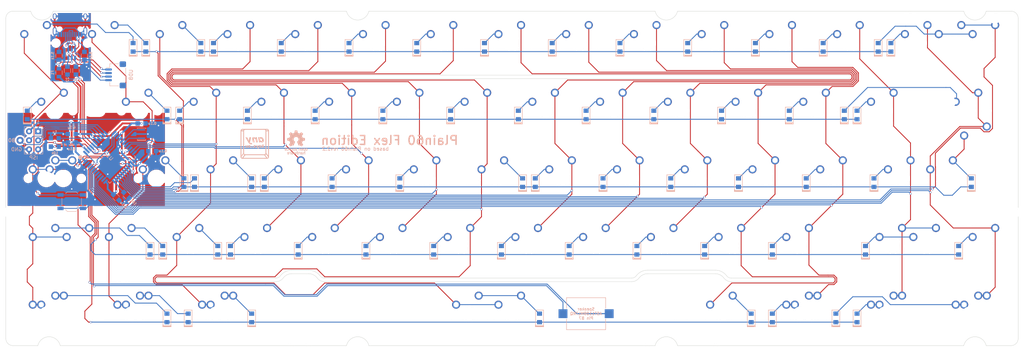
<source format=kicad_pcb>
(kicad_pcb (version 20240108) (generator "pcbnew") (generator_version "8.0")
  (layers (0 "F.Cu" signal) (31 "B.Cu" signal) (34 "B.Paste" user) (35 "F.Paste" user) (36 "B.SilkS" user "B.Silkscreen") (37 "F.SilkS" user "F.Silkscreen") (38 "B.Mask" user) (39 "F.Mask" user) (44 "Edge.Cuts" user))
  (net 0 "")
  (net 1 "GND")
  (net 2 "VCC")
  (net 3 "row0")
  (net 4 "Net-(D1-Pad2)")
  (net 5 "Net-(D2-Pad2)")
  (net 6 "Net-(D3-Pad2)")
  (net 7 "Net-(D4-Pad2)")
  (net 8 "Net-(D5-Pad2)")
  (net 9 "Net-(D6-Pad2)")
  (net 10 "Net-(D7-Pad2)")
  (net 11 "Net-(D8-Pad2)")
  (net 12 "Net-(D9-Pad2)")
  (net 13 "Net-(D10-Pad2)")
  (net 14 "Net-(D11-Pad2)")
  (net 15 "Net-(D12-Pad2)")
  (net 16 "Net-(D13-Pad2)")
  (net 17 "Net-(D14-Pad2)")
  (net 18 "Net-(D15-Pad2)")
  (net 19 "Net-(D16-Pad2)")
  (net 20 "row1")
  (net 21 "Net-(D17-Pad2)")
  (net 22 "Net-(D18-Pad2)")
  (net 23 "Net-(D19-Pad2)")
  (net 24 "Net-(D20-Pad2)")
  (net 25 "Net-(D21-Pad2)")
  (net 26 "Net-(D22-Pad2)")
  (net 27 "Net-(D23-Pad2)")
  (net 28 "Net-(D24-Pad2)")
  (net 29 "Net-(D25-Pad2)")
  (net 30 "Net-(D26-Pad2)")
  (net 31 "Net-(D27-Pad2)")
  (net 32 "Net-(D28-Pad2)")
  (net 33 "Net-(D29-Pad2)")
  (net 34 "row2")
  (net 35 "Net-(D31-Pad2)")
  (net 36 "Net-(D32-Pad2)")
  (net 37 "Net-(D33-Pad2)")
  (net 38 "Net-(D34-Pad2)")
  (net 39 "Net-(D35-Pad2)")
  (net 40 "Net-(D36-Pad2)")
  (net 41 "Net-(D37-Pad2)")
  (net 42 "Net-(D38-Pad2)")
  (net 43 "Net-(D39-Pad2)")
  (net 44 "Net-(D40-Pad2)")
  (net 45 "Net-(D41-Pad2)")
  (net 46 "Net-(D42-Pad2)")
  (net 47 "Net-(D43-Pad2)")
  (net 48 "Net-(D44-Pad2)")
  (net 49 "row3")
  (net 50 "Net-(D46-Pad2)")
  (net 51 "Net-(D47-Pad2)")
  (net 52 "Net-(D48-Pad2)")
  (net 53 "Net-(D49-Pad2)")
  (net 54 "Net-(D50-Pad2)")
  (net 55 "Net-(D51-Pad2)")
  (net 56 "Net-(D52-Pad2)")
  (net 57 "Net-(D53-Pad2)")
  (net 58 "Net-(D54-Pad2)")
  (net 59 "Net-(D55-Pad2)")
  (net 60 "Net-(D56-Pad2)")
  (net 61 "Net-(D57-Pad2)")
  (net 62 "Net-(D58-Pad2)")
  (net 63 "Net-(D59-Pad2)")
  (net 64 "Net-(D61-Pad2)")
  (net 65 "row4")
  (net 66 "Net-(D62-Pad2)")
  (net 67 "Net-(D63-Pad2)")
  (net 68 "Net-(D67-Pad2)")
  (net 69 "Net-(D71-Pad2)")
  (net 70 "Net-(D72-Pad2)")
  (net 71 "Net-(D73-Pad2)")
  (net 72 "Net-(D74-Pad2)")
  (net 73 "Net-(J1-Pad4)")
  (net 74 "Net-(J1-Pad10)")
  (net 75 "col0")
  (net 76 "col1")
  (net 77 "col2")
  (net 78 "col3")
  (net 79 "col4")
  (net 80 "col5")
  (net 81 "col6")
  (net 82 "col7")
  (net 83 "col8")
  (net 84 "col9")
  (net 85 "col10")
  (net 86 "col11")
  (net 87 "col12")
  (net 88 "col13")
  (net 89 "col14")
  (net 90 "D-")
  (net 91 "D+")
  (net 92 "RST")
  (net 93 "Net-(R6-Pad2)")
  (net 94 "MISO")
  (net 95 "SCK")
  (net 96 "MOSI")
  (net 97 "Net-(H1-Pad1)")
  (net 98 "VBUS")
  (net 99 "Net-(R1-Pad1)")
  (net 100 "Net-(R1-Pad2)")
  (net 101 "Net-(R2-Pad2)")
  (net 102 "Net-(R2-Pad1)")
  (net 103 "Net-(U1-Pad16)")
  (net 104 "Net-(U1-Pad17)")
  (net 105 "Net-(LS1-Pad1)")
  (net 106 "Net-(C1-Pad1)")
  (footprint "Keeb_switches:CHERRY_PLATE_100H" (layer "F.Cu") (at 76.2 28.575)
    (property "Reference" "K19" (hide yes))
    (property "Value" "KEYSW" (hide yes))
  )
  (footprint "Keeb_switches:CHERRY_PLATE_100H" (layer "F.Cu") (at 95.25 28.575)
    (property "Reference" "K20" (hide yes))
    (property "Value" "KEYSW" (hide yes))
  )
  (footprint "Keeb_switches:CHERRY_PLATE_100H" (layer "F.Cu") (at 152.4 28.575)
    (property "Reference" "K23" (hide yes))
    (property "Value" "KEYSW" (hide yes))
  )
  (footprint "Keeb_switches:CHERRY_PLATE_100H" (layer "F.Cu") (at 171.45 28.575)
    (property "Reference" "K24" (hide yes))
    (property "Value" "KEYSW" (hide yes))
  )
  (footprint "Keeb_switches:CHERRY_PLATE_100H" (layer "F.Cu") (at 38.1 28.575)
    (property "Reference" "K17" (hide yes))
    (property "Value" "KEYSW" (hide yes))
  )
  (footprint "Keeb_switches:CHERRY_PLATE_100H" (layer "F.Cu") (at 133.35 28.575)
    (property "Reference" "K22" (hide yes))
    (property "Value" "KEYSW" (hide yes))
  )
  (footprint "Keeb_switches:CHERRY_PLATE_100H" (layer "F.Cu") (at 114.3 28.575)
    (property "Reference" "K21" (hide yes))
    (property "Value" "KEYSW" (hide yes))
  )
  (footprint "Keeb_switches:CHERRY_PLATE_100H" (layer "F.Cu") (at 57.15 28.575)
    (property "Reference" "K18" (hide yes))
    (property "Value" "KEYSW" (hide yes))
  )
  (footprint "Keeb_switches:CHERRY_PLATE_150H" (layer "F.Cu") (at 14.2875 28.575)
    (property "Reference" "K16" (hide yes))
    (property "Value" "KEYSW" (hide yes))
  )
  (footprint "Keeb_switches:CHERRY_PCB_200H" (layer "F.Cu") (at 266.7 9.525)
    (property "Reference" "K15" (hide yes))
    (property "Value" "KEYSW" (hide yes))
  )
  (footprint "Keeb_switches:CHERRY_PLATE_100H" (layer "F.Cu") (at 142.875 9.525)
    (property "Reference" "K8" (hide yes))
    (property "Value" "KEYSW" (hide yes))
  )
  (footprint "Keeb_switches:CHERRY_PLATE_100H" (layer "F.Cu") (at 180.975 9.525)
    (property "Reference" "K10" (hide yes))
    (property "Value" "KEYSW" (hide yes))
  )
  (footprint "Keeb_switches:CHERRY_PLATE_100H" (layer "F.Cu") (at 257.175 9.525)
    (property "Reference" "K14" (hide yes))
    (property "Value" "KEYSW" (hide yes))
  )
  (footprint "Keeb_switches:CHERRY_PLATE_100H" (layer "F.Cu") (at 85.725 9.525)
    (property "Reference" "K5" (hide yes))
    (property "Value" "KEYSW" (hide yes))
  )
  (footprint "Keeb_switches:CHERRY_PLATE_100H" (layer "F.Cu") (at 238.125 9.525)
    (property "Reference" "K13" (hide yes))
    (property "Value" "KEYSW" (hide yes))
  )
  (footprint "Keeb_switches:CHERRY_PLATE_100H" (layer "F.Cu") (at 219.075 9.525)
    (property "Reference" "K12" (hide yes))
    (property "Value" "KEYSW" (hide yes))
  )
  (footprint "Keeb_switches:CHERRY_PLATE_100H" (layer "F.Cu") (at 200.025 9.525)
    (property "Reference" "K11" (hide yes))
    (property "Value" "KEYSW" (hide yes))
  )
  (footprint "Keeb_switches:CHERRY_PLATE_100H" (layer "F.Cu") (at 161.925 9.525)
    (property "Reference" "K9" (hide yes))
    (property "Value" "KEYSW" (hide yes))
  )
  (footprint "Keeb_switches:CHERRY_PLATE_100H" (layer "F.Cu") (at 123.825 9.525)
    (property "Reference" "K7" (hide yes))
    (property "Value" "KEYSW" (hide yes))
  )
  (footprint "Keeb_switches:CHERRY_PLATE_100H" (layer "F.Cu") (at 104.775 9.525)
    (property "Reference" "K6" (hide yes))
    (property "Value" "KEYSW" (hide yes))
  )
  (footprint "Keeb_switches:CHERRY_PLATE_100H" (layer "F.Cu") (at 66.675 9.525)
    (property "Reference" "K4" (hide yes))
    (property "Value" "KEYSW" (hide yes))
  )
  (footprint "Keeb_switches:CHERRY_PLATE_100H" (layer "F.Cu") (at 28.575 9.525)
    (property "Reference" "K2" (hide yes))
    (property "Value" "KEYSW" (hide yes))
  )
  (footprint "Keeb_switches:CHERRY_PLATE_100H" (layer "F.Cu") (at 9.525 9.525)
    (property "Reference" "K1" (hide yes))
    (property "Value" "KEYSW" (hide yes))
  )
  (footprint "Keeb_switches:CHERRY_PLATE_100H" (layer "F.Cu") (at 47.625 9.525)
    (property "Reference" "K3" (hide yes))
    (property "Value" "KEYSW" (hide yes))
  )
  (footprint "Keeb_switches:CHERRY_PLATE_100H" (layer "F.Cu") (at 38.1 85.725)
    (property "Reference" "K62-1" (hide yes))
    (property "Value" "KEYSW" (hide yes))
  )
  (footprint "Keeb_switches:CHERRY_PLATE_125H" (layer "F.Cu") (at 202.40625 85.725)
    (property "Reference" "K71" (hide yes))
    (property "Value" "KEYSW" (hide yes))
  )
  (footprint "Keeb_switches:CHERRY_PLATE_100H" (layer "F.Cu") (at 147.6375 66.675)
    (property "Reference" "K53" (hide yes))
    (property "Value" "KEYSW" (hide yes))
  )
  (footprint "Keeb_switches:CHERRY_PLATE_175H" (layer "F.Cu") (at 250.03146 66.675056)
    (property "Reference" "K58-1" (hide yes))
    (property "Value" "KEYSW" (hide yes))
  )
  (footprint "Keeb_switches:CHERRY_PLATE_125H" (layer "F.Cu") (at 11.90625 47.625)
    (property "Reference" "K31-1" (hide yes))
    (property "Value" "KEYSW" (hide yes))
  )
  (footprint "Keeb_switches:CHERRY_PLATE_100H" (layer "F.Cu") (at 223.8375 66.675)
    (property "Reference" "K57" (hide yes))
    (property "Value" "KEYSW" (hide yes))
  )
  (footprint "Keeb_switches:CHERRY_PLATE_100H" (layer "F.Cu") (at 166.6875 66.675)
    (property "Reference" "K54" (hide yes))
    (property "Value" "KEYSW" (hide yes))
  )
  (footprint "Keeb_switches:CHERRY_PLATE_100H" (layer "F.Cu") (at 204.7875 66.675)
    (property "Reference" "K56" (hide yes))
    (property "Value" "KEYSW" (hide yes))
  )
  (footprint "Keeb_switches:CHERRY_PLATE_100H" (layer "F.Cu") (at 128.5875 66.675)
    (property "Reference" "K52" (hide yes))
    (property "Value" "KEYSW" (hide yes))
  )
  (footprint "Keeb_switches:CHERRY_PLATE_100H" (layer "F.Cu") (at 185.7375 66.675)
    (property "Reference" "K55" (hide yes))
    (property "Value" "KEYSW" (hide yes))
  )
  (footprint "Keeb_switches:CHERRY_PLATE_150H" (layer "F.Cu") (at 14.2875 85.725)
    (property "Reference" "K61-1" (hide yes))
    (property "Value" "KEYSW" (hide yes))
  )
  (footprint "Keeb_switches:CHERRY_PLATE_125H" (layer "F.Cu") (at 11.90625 66.675)
    (property "Reference" "K46-1" (hide yes))
    (property "Value" "KEYSW" (hide yes))
  )
  (footprint "Keeb_switches:CHERRY_PLATE_100H" (layer "F.Cu") (at 276.225 9.525)
    (property "Reference" "K15-1" (hide yes))
    (property "Value" "KEYSW" (hide yes))
  )
  (footprint "Keeb_switches:CHERRY_PLATE_125H" (layer "F.Cu") (at 273.84375 85.725072)
    (property "Reference" "K74" (hide yes))
    (property "Value" "KEYSW" (hide yes))
  )
  (footprint "Keeb_switches:CHERRY_PLATE_125H" (layer "F.Cu") (at 250.03125 85.725)
    (property "Reference" "K73" (hide yes))
    (property "Value" "KEYSW" (hide yes))
  )
  (footprint "Keeb_switches:CHERRY_PLATE_100H" (layer "F.Cu") (at 247.65 28.575)
    (property "Reference" "K28" (hide yes))
    (property "Value" "KEYSW" (hide yes))
  )
  (footprint "Keeb_switches:CHERRY_PLATE_100H" (layer "F.Cu") (at 52.3875 66.675)
    (property "Reference" "K48" (hide yes))
    (property "Value" "KEYSW" (hide yes))
  )
  (footprint "Keeb_switches:CHERRY_PLATE_100H" (layer "F.Cu") (at 190.5 28.575)
    (property "Reference" "K25" (hide yes))
    (property "Value" "KEYSW" (hide yes))
  )
  (footprint "Keeb_switches:CHERRY_PLATE_100H" (layer "F.Cu") (at 119.0625 47.625)
    (property "Reference" "K36" (hide yes))
    (property "Value" "KEYSW" (hide yes))
  )
  (footprint "Keeb_switches:CHERRY_PLATE_100H" (layer "F.Cu") (at 61.9125 47.625)
    (property "Reference" "K33" (hide yes))
    (property "Value" "KEYSW" (hide yes))
  )
  (footprint "Keeb_switches:CHERRY_PLATE_125H" (layer "F.Cu") (at 59.53125 85.725)
    (property "Reference" "K63" (hide yes))
    (property "Value" "KEYSW" (hide yes))
  )
  (footprint "Keeb_switches:CHERRY_PCB_225H_F" (layer "F.Cu") (at 264.31875 47.625)
    (property "Reference" "K44" (hide yes))
    (property "Value" "KEYSW" (hide yes))
  )
  (footprint "Keeb_switches:CHERRY_PLATE_125H" (layer "F.Cu") (at 226.21875 85.725)
    (property "Reference" "K72" (hide yes))
    (property "Value" "KEYSW" (hide yes))
  )
  (footprint "Keeb_switches:CHERRY_PLATE_100H" (layer "F.Cu") (at 276.225 66.675)
    (property "Reference" "K59" (hide yes))
    (property "Value" "KEYSW" (hide yes))
  )
  (footprint "Keeb_switches:CHERRY_PLATE_100H" (layer "F.Cu") (at 176.2125 47.625)
    (property "Reference" "K39" (hide yes))
    (property "Value" "KEYSW" (hide yes))
  )
  (footprint "Keeb_switches:CHERRY_PLATE_125H" (layer "F.Cu") (at 11.90625 85.725)
    (property "Reference" "K61" (hide yes))
    (property "Value" "KEYSW" (hide yes))
  )
  (footprint "Keeb_switches:CHERRY_PLATE_150H" (layer "F.Cu") (at 271.4625 28.575)
    (property "Reference" "K29" (hide yes))
    (property "Value" "KEYSW" (hide yes))
  )
  (footprint "Keeb_switches:CHERRY_PLATE_100H" (layer "F.Cu") (at 228.6 28.575)
    (property "Reference" "K27" (hide yes))
    (property "Value" "KEYSW" (hide yes))
  )
  (footprint "Keeb_switches:CHERRY_PLATE_150H" (layer "F.Cu") (at 61.9125 85.725)
    (property "Reference" "K63-1" (hide yes))
    (property "Value" "KEYSW" (hide yes))
  )
  (footprint "Keeb_switches:CHERRY_PLATE_100H" (layer "F.Cu") (at 90.4875 66.675)
    (property "Reference" "K50" (hide yes))
    (property "Value" "KEYSW" (hide yes))
  )
  (footprint "Keeb_switches:CHERRY_PLATE_100H" (layer "F.Cu") (at 80.9625 47.625)
    (property "Reference" "K34" (hide yes))
    (property "Value" "KEYSW" (hide yes))
  )
  (footprint "Keeb_switches:CHERRY_PLATE_100H" (layer "F.Cu") (at 33.3375 66.675)
    (property "Reference" "K47" (hide yes))
    (property "Value" "KEYSW" (hide yes))
  )
  (footprint "Keeb_switches:CHERRY_PLATE_100H" (layer "F.Cu") (at 252.4125 47.625)
    (property "Reference" "K43" (hide yes))
    (property "Value" "KEYSW" (hide yes))
  )
  (footprint "Keeb_switches:CHERRY_PLATE_100H" (layer "F.Cu") (at 157.1625 47.625)
    (property "Reference" "K38" (hide yes))
    (property "Value" "KEYSW" (hide yes))
  )
  (footprint "Keeb_switches:CHERRY_PLATE_100H" (layer "F.Cu") (at 100.0125 47.625)
    (property "Reference" "K35" (hide yes))
    (property "Value" "KEYSW" (hide yes))
  )
  (footprint "Keeb_switches:CHERRY_PLATE_100H" (layer "F.Cu") (at 42.8625 47.625)
    (property "Reference" "K32" (hide yes))
    (property "Value" "KEYSW" (hide yes))
  )
  (footprint "Keeb_switches:CHERRY_PLATE_100H" (layer "F.Cu") (at 195.2625 47.625)
    (property "Reference" "K40" (hide yes))
    (property "Value" "KEYSW" (hide yes))
  )
  (footprint "Keeb_switches:CHERRY_PCB_225H" (layer "F.Cu") (at 21.43125 66.675)
    (property "Reference" "K46" (hide yes))
    (property "Value" "KEYSW" (hide yes))
  )
  (footprint "Keeb_switches:CHERRY_PLATE_100H" (layer "F.Cu") (at 233.3625 47.625)
    (property "Reference" "K42" (hide yes))
    (property "Value" "KEYSW" (hide yes))
  )
  (footprint "Keeb_switches:CHERRY_PLATE_100H" (layer "F.Cu") (at 214.3125 47.625)
    (property "Reference" "K41" (hide yes))
    (property "Value" "KEYSW" (hide yes))
  )
  (footprint "Keeb_switches:CHERRY_PLATE_100H" (layer "F.Cu") (at 209.55 28.575)
    (property "Reference" "K26" (hide yes))
    (property "Value" "KEYSW" (hide yes))
  )
  (footprint "Keeb_switches:CHERRY_PLATE_100H" (layer "F.Cu") (at 138.1125 47.625)
    (property "Reference" "K37" (hide yes))
    (property "Value" "KEYSW" (hide yes))
  )
  (footprint "Keeb_switches:CHERRY_PLATE_175H" (layer "F.Cu") (at 16.66875 47.625)
    (property "Reference" "K31" (hide yes))
    (property "Value" "KEYSW" (hide yes))
  )
  (footprint "Keeb_switches:CHERRY_PLATE_100H" (layer "F.Cu") (at 109.5375 66.675)
    (property "Reference" "K51" (hide yes))
    (property "Value" "KEYSW" (hide yes))
  )
  (footprint "Keeb_switches:CHERRY_PLATE_100H" (layer "F.Cu") (at 247.65 85.725)
    (property "Reference" "K73-1" (hide yes))
    (property "Value" "KEYSW" (hide yes))
  )
  (footprint "Keeb_switches:CHERRY_PLATE_125H" (layer "F.Cu") (at 35.71875 85.725)
    (property "Reference" "K62" (hide yes))
    (property "Value" "KEYSW" (hide yes))
  )
  (footprint "Keeb_switches:CHERRY_PLATE_100H" (layer "F.Cu") (at 71.4375 66.675)
    (property "Reference" "K49" (hide yes))
    (property "Value" "KEYSW" (hide yes))
  )
  (footprint "Keeb_switches:CHERRY_PLATE_150H" (layer "F.Cu") (at 223.8375 85.725)
    (property "Reference" "K72-1" (hide yes))
    (property "Value" "KEYSW" (hide yes))
  )
  (footprint "Keeb_switches:CHERRY_PLATE_150H" (layer "F.Cu") (at 271.462728 85.725072)
    (property "Reference" "K74-1" (hide yes))
    (property "Value" "KEYSW" (hide yes))
  )
  (footprint "footprints:10x5_7x2.5mm" (layer "F.Cu") (at 2.381252 57.125)
    (property "Reference" "S4" (hide yes))
    (property "Value" "Screw")
  )
  (footprint "footprints:10x5_7x2.5mm" (layer "F.Cu") (at 283.368988 57.125)
    (property "Reference" "S5" (hide yes))
    (property "Value" "Screw")
  )
  (footprint "Keeb_switches:CHERRY_PCB_275H" (layer "F.Cu") (at 259.556468 66.675)
    (property "Reference" "K58" (hide yes))
    (property "Value" "KEYSW" (hide yes))
  )
  (footprint "Keeb_switches:CHERRY_PCB_625H_F" (layer "F.Cu") (at 130.96875 85.725)
    (property "Reference" "K67" (hide yes))
    (property "Value" "KEYSW" (hide yes))
  )
  (footprint "footprints:5.5_5x2.5mm" (layer "F.Cu") (at 26.625 85.725072)
    (property "Reference" "S8" (hide yes))
    (property "Value" "Tofu screw")
  )
  (footprint "footprints:5.5_5x2.5mm" (layer "F.Cu") (at 142.875 37.75)
    (property "Reference" "S7" (hide yes))
    (property "Value" "Tofu screw")
  )
  (footprint "footprints:5.5_5x2.5mm" (layer "F.Cu") (at 260.43 85.725072)
    (property "Reference" "S9" (hide yes))
    (property "Value" "Tofu screw")
  )
  (footprint "footprints:5.5_5x2.5mm" (layer "F.Cu") (at 260.425 28.22705)
    (property "Reference" "S2" (hide yes))
    (property "Value" "Screw")
  )
  (footprint "footprints:5.5_5x2.5mm" (layer "F.Cu") (at 25.6 28.575024)
    (property "Reference" "S1" (hide yes))
    (property "Value" "Screw")
  )
  (footprint "footprints:5.5_5x2.5mm" (layer "F.Cu") (at 128.587608 47.42504)
    (property "Reference" "S3" (hide yes))
    (property "Value" "Screw")
  )
  (footprint "footprints:5.5_5x2.5mm" (layer "F.Cu") (at 190.50016 85.525)
    (property "Reference" "S6" (hide yes))
    (property "Value" "Screw")
  )
  (footprint "Keeb_switches:CHERRY_PCB_700H_F" (layer "F.Cu") (at 142.875 85.725)
    (property "Reference" "K67-1" (hide yes))
    (property "Value" "KEYSW" (hide yes))
  )
  (footprint "Keeb_switches:CHERRY_PCB_200H_V" (layer "F.Cu") (at 273.84398 38.1)
    (property "Reference" "K44-1" (hide yes))
    (property "Value" "KEYSW" (hide yes))
  )
  (footprint "Keeb_components:D_0805" (layer "B.Cu") (at 239.911139 86.915698 90)
    (property "Reference" "D73")
    (property "Value" "D" (hide yes))
  )
  (footprint "Keeb_components:D_0805" (layer "B.Cu") (at 216.098619 86.915698 90)
    (property "Reference" "D72")
    (property "Value" "D" (hide yes))
  )
  (footprint "Keeb_components:D_0805" (layer "B.Cu") (at 210.145489 86.915698 90)
    (property "Reference" "D71")
    (property "Value" "D" (hide yes))
  )
  (footprint "Keeb_components:D_0805" (layer "B.Cu") (at 150.614189 86.915698 90)
    (property "Reference" "D67")
    (property "Value" "D" (hide yes))
  )
  (footprint "Keeb_components:D_0805" (layer "B.Cu") (at 69.651621 86.915698 90)
    (property "Reference" "D63")
    (property "Value" "D" (hide yes))
  )
  (footprint "Keeb_components:D_0805" (layer "B.Cu") (at 268.486163 67.865682 90)
    (property "Reference" "D59")
    (property "Value" "D" (hide yes))
  )
  (footprint "Keeb_components:D_0805" (layer "B.Cu") (at 242.292391 67.865682 90)
    (property "Reference" "D58")
    (property "Value" "D" (hide yes))
  )
  (footprint "Keeb_components:D_0805" (layer "B.Cu") (at 216.098619 67.865682 90)
    (property "Reference" "D57")
    (property "Value" "D" (hide yes))
  )
  (footprint "Keeb_components:D_0805" (layer "B.Cu") (at 197.048603 67.865682 90)
    (property "Reference" "D56")
    (property "Value" "D" (hide yes))
  )
  (footprint "Keeb_components:D_0805" (layer "B.Cu") (at 139.898555 67.865682 90)
    (property "Reference" "D53")
    (property "Value" "D" (hide yes))
  )
  (footprint "Keeb_components:D_0805" (layer "B.Cu") (at 101.798523 67.865682 90)
    (property "Reference" "D51")
    (property "Value" "D" (hide yes))
  )
  (footprint "Keeb_components:D_0805" (layer "B.Cu") (at 82.748507 67.865682 90)
    (property "Reference" "D50")
    (property "Value" "D" (hide yes))
  )
  (footprint "Keeb_components:D_0805" (layer "B.Cu") (at 220.861123 29.76565 90)
    (property "Reference" "D27")
    (property "Value" "D" (hide yes))
  )
  (footprint "Keeb_components:D_0805" (layer "B.Cu") (at 225.623627 48.815666 90)
    (property "Reference" "D42")
    (property "Value" "D" (hide yes))
  )
  (footprint "Keeb_components:D_0805" (layer "B.Cu") (at 49.410979 29.76565 90)
    (property "Reference" "D18")
    (property "Value" "D" (hide yes))
  )
  (footprint "Keeb_components:D_0805" (layer "B.Cu") (at 182.761091 29.76565 90)
    (property "Reference" "D25")
    (property "Value" "D" (hide yes))
  )
  (footprint "Keeb_components:D_0805" (layer "B.Cu") (at 206.573611 48.815666 90)
    (property "Reference" "D41")
    (property "Value" "D" (hide yes))
  )
  (footprint "Keeb_components:D_0805" (layer "B.Cu") (at 111.323531 48.815666 90)
    (property "Reference" "D36")
    (property "Value" "D" (hide yes))
  )
  (footprint "Keeb_components:D_0805" (layer "B.Cu") (at 53.57817 48.815666 90)
    (property "Reference" "D31")
    (property "Value" "D" (hide yes))
  )
  (footprint "Keeb_components:D_0805" (layer "B.Cu") (at 187.523595 48.815666 90)
    (property "Reference" "D40")
    (property "Value" "D" (hide yes))
  )
  (footprint "Keeb_components:D_0805" (layer "B.Cu") (at 145.851685 48.815666 90)
    (property "Reference" "D37")
    (property "Value" "D" (hide yes))
  )
  (footprint "Keeb_components:D_0805" (layer "B.Cu") (at 50.601605 48.815666 90)
    (property "Reference" "D32")
    (property "Value" "D" (hide yes))
  )
  (footprint "Keeb_components:D_0805" (layer "B.Cu") (at 73.223499 48.815666 90)
    (property "Reference" "D34")
    (property "Value" "D" (hide yes))
  )
  (footprint "Keeb_components:D_0805" (layer "B.Cu") (at 106.561027 29.76565 90)
    (property "Reference" "D21")
    (property "Value" "D" (hide yes))
  )
  (footprint "Keeb_components:D_0805" (layer "B.Cu") (at 201.811107 29.76565 90)
    (property "Reference" "D26")
    (property "Value" "D" (hide yes))
  )
  (footprint "Keeb_components:D_0805" (layer "B.Cu") (at 125.611043 29.76565 90)
    (property "Reference" "D22")
    (property "Value" "D" (hide yes))
  )
  (footprint "Keeb_components:D_0805" (layer "B.Cu") (at 163.711075 29.76565 90)
    (property "Reference" "D24")
    (property "Value" "D" (hide yes))
  )
  (footprint "Keeb_components:D_0805" (layer "B.Cu") (at 244.673643 48.815666 90)
    (property "Reference" "D43")
    (property "Value" "D" (hide yes))
  )
  (footprint "Keeb_components:D_0805" (layer "B.Cu") (at 149.423563 48.815666 90)
    (property "Reference" "D38")
    (property "Value" "D" (hide yes))
  )
  (footprint "Keeb_components:D_0805" (layer "B.Cu") (at 92.273515 48.815666 90)
    (property "Reference" "D35")
    (property "Value" "D" (hide yes))
  )
  (footprint "Keeb_components:D_0805" (layer "B.Cu") (at 60.126613 67.865682 90)
    (property "Reference" "D48")
    (property "Value" "D" (hide yes))
  )
  (footprint "Keeb_components:D_0805" (layer "B.Cu") (at 158.948571 67.865682 90)
    (property "Reference" "D54")
    (property "Value" "D" (hide yes))
  )
  (footprint "Keeb_components:D_0805" (layer "B.Cu") (at 272.058041 48.815666 90)
    (property "Reference" "D44")
    (property "Value" "D" (hide yes))
  )
  (footprint "Keeb_components:D_0805" (layer "B.Cu") (at 51.792231 86.915698 90)
    (property "Reference" "D62")
    (property "Value" "D" (hide yes))
  )
  (footprint "Keeb_components:D_0805" (layer "B.Cu") (at 168.473579 48.815666 90)
    (property "Reference" "D39")
    (property "Value" "D" (hide yes))
  )
  (footprint "Keeb_components:D_0805" (layer "B.Cu") (at 87.511011 29.76565 90)
    (property "Reference" "D20")
    (property "Value" "D" (hide yes))
  )
  (footprint "Keeb_components:D_0805" (layer "B.Cu") (at 239.911139 29.76565 90)
    (property "Reference" "D28")
    (property "Value" "D" (hide yes))
  )
  (footprint "Keeb_components:D_0805" (layer "B.Cu") (at 69.651621 48.815666 90)
    (property "Reference" "D33")
    (property "Value" "D" (hide yes))
  )
  (footprint "Keeb_components:D_0805" (layer "B.Cu") (at 144.661059 29.76565 90)
    (property "Reference" "D23")
    (property "Value" "D" (hide yes))
  )
  (footprint "Keeb_components:D_0805" (layer "B.Cu") (at 177.998587 67.865682 90)
    (property "Reference" "D55")
    (property "Value" "D" (hide yes))
  )
  (footprint "Keeb_components:D_0805" (layer "B.Cu") (at 120.848539 67.865682 90)
    (property "Reference" "D52")
    (property "Value" "D" (hide yes))
  )
  (footprint "Keeb_components:D_0805" (layer "B.Cu") (at 68.460995 29.76565 90)
    (property "Reference" "D19")
    (property "Value" "D" (hide yes))
  )
  (footprint "Keeb_components:ATMEGA32U4" (layer "B.Cu") (at 29.76565 41.67191 -45)
    (property "Reference" "U1")
    (property "Value" "ATmega32U4")
  )
  (footprint "Keeb_components:Resonator_SMD_muRata_CSTNExxV-3Pin-p1.2" (layer "B.Cu") (at 38.695345 35.123467 90)
    (property "Reference" "X1" (hide yes))
    (property "Value" "XTAL_GND")
  )
  (footprint "Button_Switch_SMD:SW_SPST_TL3342" (layer "B.Cu") (at 19.050016 54.173483)
    (property "Reference" "SW1" (hide yes))
    (property "Value" "SW_PUSH" (hide yes))
  )
  (footprint "Keeb_components:R_0805" (layer "B.Cu") (at 34.489688 52.349078 135)
    (property "Reference" "R6" (hide yes))
    (property "Value" "10k")
  )
  (footprint "Keeb_components:D_0805" (layer "B.Cu") (at 173.236083 10.715634 90)
    (property "Reference" "D10")
    (property "Value" "D" (hide yes))
  )
  (footprint "Keeb_components:D_0805" (layer "B.Cu") (at 249.436147 10.715634 90)
    (property "Reference" "D14")
    (property "Value" "D" (hide yes))
  )
  (footprint "Keeb_components:D_0805" (layer "B.Cu") (at 154.186067 10.715634 90)
    (property "Reference" "D9")
    (property "Value" "D" (hide yes))
  )
  (footprint "Keeb_components:D_0805" (layer "B.Cu") (at 230.386131 10.715634 90)
    (property "Reference" "D13")
    (property "Value" "D" (hide yes))
  )
  (footprint "Keeb_components:D_0805" (layer "B.Cu") (at 192.286099 10.715634 90)
    (property "Reference" "D11")
    (property "Value" "D" (hide yes))
  )
  (footprint "Keeb_components:D_0805" (layer "B.Cu") (at 245.864269 10.715634 90)
    (property "Reference" "D15")
    (property "Value" "D" (hide yes))
  )
  (footprint "Keeb_components:D_0805" (layer "B.Cu") (at 45.839101 29.76565 90)
    (property "Reference" "D17")
    (property "Value" "D" (hide yes))
  )
  (footprint "Keeb_components:D_0805" (layer "B.Cu") (at 6.548443 29.76565 90)
    (property "Reference" "D16")
    (property "Value" "D" (hide yes))
  )
  (footprint "Keeb_components:D_0805" (layer "B.Cu") (at 211.336115 10.715634 90)
    (property "Reference" "D12")
    (property "Value" "D" (hide yes))
  )
  (footprint "Keeb_components:D_0805" (layer "B.Cu") (at 116.086035 10.715634 90)
    (property "Reference" "D7")
    (property "Value" "D" (hide yes))
  )
  (footprint "Keeb_components:D_0805" (layer "B.Cu") (at 55.364109 10.715634 90)
    (property "Reference" "D3")
    (property "Value" "D" (hide yes))
  )
  (footprint "Keeb_components:D_0805" (layer "B.Cu") (at 77.986003 10.715634 90)
    (property "Reference" "D5")
    (property "Value" "D" (hide yes))
  )
  (footprint "Keeb_components:D_0805" (layer "B.Cu") (at 135.136051 10.715634 90)
    (property "Reference" "D8")
    (property "Value" "D" (hide yes))
  )
  (footprint "Keeb_components:D_0805" (layer "B.Cu") (at 97.036019 10.715634 90)
    (property "Reference" "D6")
    (property "Value" "D" (hide yes))
  )
  (footprint "Keeb_components:D_0805" (layer "B.Cu") (at 58.935987 10.715634 90)
    (property "Reference" "D4")
    (property "Value" "D" (hide yes))
  )
  (footprint "footprints:oshw" (layer "B.Cu") (at 82.153194 37.504719 180)
    (property "Reference" "G***" (hide yes))
    (property "Value" "LOGO" (hide yes))
  )
  (footprint "footprints:free_pin" (layer "B.Cu") (at 4.524382 36.909406)
    (property "Reference" "H1" (hide yes))
    (property "Value" "B0")
  )
  (footprint "Keeb_components:D_0805" (layer "B.Cu") (at 233.958009 86.915698 90)
    (property "Reference" "D74")
    (property "Value" "D" (hide yes))
  )
  (footprint "Keeb_components:R_0805" (layer "B.Cu") (at 17.85939 17.264077 90)
    (property "Reference" "R1" (hide yes))
    (property "Value" "22")
  )
  (footprint "Keeb_components:HRO-TYPE-C-31-M-12" (layer "B.Cu") (at 18.568 -0.62)
    (property "Reference" "J1")
    (property "Value" "HRO-TYPE-C-31-M-12")
  )
  (footprint "Keeb_components:D_0805" (layer "B.Cu") (at 63.698491 67.865682 90)
    (property "Reference" "D49")
    (property "Value" "D" (hide yes))
  )
  (footprint "Keeb_components:C_0805" (layer "B.Cu") (at 38.695345 32.146902 180)
    (property "Reference" "C4")
    (property "Value" "0.1u")
  )
  (footprint "Keeb_components:C_0805" (layer "B.Cu") (at 19.050016 37.504719)
    (property "Reference" "C5")
    (property "Value" "0.1u")
  )
  (footprint "Keeb_components:D_0805" (layer "B.Cu") (at 41.076597 67.865682 90)
    (property "Reference" "D46")
    (property "Value" "D" (hide yes))
  )
  (footprint "Keeb_components:D_0805" (layer "B.Cu") (at 236.339261 29.76565 90)
    (property "Reference" "D29")
    (property "Value" "D" (hide yes))
  )
  (footprint "Keeb_components:R_0805" (layer "B.Cu") (at 15.478138 17.85939 90)
    (property "Reference" "F1")
    (property "Value" "Polyfuse" (hide yes))
  )
  (footprint "Keeb_components:D_0805" (layer "B.Cu") (at 36.314093 10.715634 90)
    (property "Reference" "D1")
    (property "Value" "D" (hide yes))
  )
  (footprint "Keeb_components:D_0805" (layer "B.Cu") (at 44.648475 67.865682 90)
    (property "Reference" "D47")
    (property "Value" "D" (hide yes))
  )
  (footprint "Keeb_components:R_0805" (layer "B.Cu") (at 20.240642 17.264077 -90)
    (property "Reference" "R2" (hide yes))
    (property "Value" "22")
  )
  (footprint "Keeb_components:C_0805" (layer "B.Cu") (at 14.287512 36.314093 180)
    (property "Reference" "C1")
    (property "Value" "1u")
  )
  (footprint "Keeb_components:C_0805" (layer "B.Cu") (at 41.67191 39.885971 180)
    (property "Reference" "C2")
    (property "Value" "0.1u")
  )
  (footprint "Keeb_components:R_0805" (layer "B.Cu") (at 14.287512 38.695345 180)
    (property "Reference" "R5" (hide yes))
    (property "Value" "10k")
  )
  (footprint "Keeb_components:R_0805" (layer "B.Cu") (at 22.621894 13.096886 -90)
    (property "Reference" "R4" (hide yes))
    (property "Value" "5.1k")
  )
  (footprint "Keeb_components:D_0805" (layer "B.Cu") (at 39.885971 10.715634 90)
    (property "Reference" "D2")
    (property "Value" "D" (hide yes))
  )
  (footprint "Keeb_components:D_0805" (layer "B.Cu") (at 45.839101 86.915698 90)
    (property "Reference" "D61")
    (property "Value" "D" (hide yes))
  )
  (footprint "Keeb_components:USBLC6-2SC6" (layer "B.Cu") (at 19.050016 12.501573)
    (property "Reference" "U2" (hide yes))
    (property "Value" "USBLC6-2SC6")
  )
  (footprint "Keeb_components:isp_standard" (layer "B.Cu") (at 8.334382 36.909406 180)
    (property "Reference" "J2" (hide yes))
    (property "Value" "ISP")
  )
  (footprint "Keeb_components:R_0805" (layer "B.Cu") (at 15.478138 13.096886 90)
    (property "Reference" "R3" (hide yes))
    (property "Value" "5.1k")
  )
  (footprint "Keeb_components:logo_new" (layer "B.Cu") (at 70.533862 37.885968 180)
    (property "Reference" "G***" (hide yes))
    (property "Value" "LOGO" (hide yes))
  )
  (footprint "Keeb_components:JST_SH_SM04B-SRSS-TB_1x04-1MP_P1.00mm_Horizontal" (layer "B.Cu") (at 31.551589 18.454703 -90)
    (property "Reference" "J3" (hide yes))
    (property "Value" "ai03_ud" (hide yes))
  )
  (footprint "Keeb_components:speaker_AST1109MLTRQ" (layer "B.Cu") (at 163.711075 85.725072)
    (property "Reference" "LS1" (hide yes))
    (property "Value" "Speaker")
  )
  (footprint "Keeb_components:C_0805" (layer "B.Cu") (at 19.050016 35.123467)
    (property "Reference" "C6")
    (property "Value" "4.7u")
  )
  (footprint "Keeb_components:C_0805" (layer "B.Cu") (at 31.551589 52.982857 135)
    (property "Reference" "C3")
    (property "Value" "0.1u")
  )
  (gr_arc (start 237.625192 18.550008) (mid 238.12532 19.050136) (end 237.625192 19.550264) (stroke (width 0.1)) (layer "Edge.Cuts"))
  (gr_arc (start 9.525008 94.725008) (mid 12.675008 92.225008) (end 15.825008 94.725008) (stroke (width 0.1)) (layer "Edge.Cuts"))
  (gr_arc (start 48.126422 19.550136) (mid 47.626422 19.050136) (end 48.126422 18.550136) (stroke (width 0.1)) (layer "Edge.Cuts"))
  (gr_arc (start 90.115786 75.700068) (mid 89.439159 75.53879) (end 88.908032 75.089636) (stroke (width 0.1)) (layer "Edge.Cuts"))
  (gr_arc (start 90.115786 76.700063) (mid 88.990155 76.432316) (end 88.105632 75.686426) (stroke (width 0.1)) (layer "Edge.Cuts"))
  (gr_line (start 96.325006 94.725008) (end 15.825008 94.725008) (stroke (width 0.1)) (layer "Edge.Cuts"))
  (gr_arc (start 200.056947 73.470061) (mid 201.857958 73.898456) (end 203.273197 75.091881) (stroke (width 0.1)) (layer "Edge.Cuts"))
  (gr_arc (start 78.518758 75.686427) (mid 77.634234 76.432316) (end 76.508604 76.700062) (stroke (width 0.1)) (layer "Edge.Cuts"))
  (gr_line (start 183.125008 94.725006) (end 102.625008 94.725006) (stroke (width 0.1)) (layer "Edge.Cuts"))
  (gr_arc (start 177.789524 75.093476) (mid 177.259104 75.539862) (end 176.584611 75.700064) (stroke (width 0.1)) (layer "Edge.Cuts"))
  (gr_arc (start 183.125008 94.725006) (mid 186.275009 92.225007) (end 189.425008 94.725008) (stroke (width 0.1)) (layer "Edge.Cuts"))
  (gr_line (start 102.625008 0.525008) (end 183.125008 0.525008) (stroke (width 0.1)) (layer "Edge.Cuts"))
  (gr_arc (start 204.479287 75.700059) (mid 203.803911 75.539412) (end 203.273198 75.091881) (stroke (width 0.1)) (layer "Edge.Cuts"))
  (gr_arc (start 276.225231 0.525009) (mid 273.075034 3.025225) (end 269.924797 0.52506) (stroke (width 0.1)) (layer "Edge.Cuts"))
  (gr_line (start 0.525008 2.525008) (end 0.525008 92.725008) (stroke (width 0.1)) (layer "Edge.Cuts"))
  (gr_line (start 181.006946 74.470069) (end 200.056946 74.470064) (stroke (width 0.1)) (layer "Edge.Cuts"))
  (gr_arc (start 13.825008 0.525008) (mid 10.675008 3.025008) (end 7.525008 0.525008) (stroke (width 0.1)) (layer "Edge.Cuts"))
  (gr_arc (start 283.225008 0.525007) (mid 284.639222 1.110793) (end 285.225008 2.525007) (stroke (width 0.1)) (layer "Edge.Cuts"))
  (gr_line (start 269.925008 94.725006) (end 189.425008 94.725008) (stroke (width 0.1)) (layer "Edge.Cuts"))
  (gr_line (start 48.126422 19.550136) (end 237.625192 19.550136) (stroke (width 0.1)) (layer "Edge.Cuts"))
  (gr_line (start 43.363195 75.700064) (end 76.508604 75.700064) (stroke (width 0.1)) (layer "Edge.Cuts"))
  (gr_arc (start 269.925008 94.725006) (mid 273.075009 92.225007) (end 276.225008 94.725008) (stroke (width 0.1)) (layer "Edge.Cuts"))
  (gr_arc (start 178.594765 75.686429) (mid 177.710242 76.432317) (end 176.584612 76.700064) (stroke (width 0.1)) (layer "Edge.Cuts"))
  (gr_arc (start 285.225008 92.725008) (mid 284.639222 94.139222) (end 283.225008 94.725008) (stroke (width 0.1)) (layer "Edge.Cuts"))
  (gr_line (start 181.006946 73.470067) (end 200.056947 73.470061) (stroke (width 0.1)) (layer "Edge.Cuts"))
  (gr_line (start 283.225008 94.725008) (end 276.225008 94.725008) (stroke (width 0.1)) (layer "Edge.Cuts"))
  (gr_arc (start 177.789524 75.093476) (mid 179.205054 73.898907) (end 181.006946 73.470067) (stroke (width 0.1)) (layer "Edge.Cuts"))
  (gr_line (start 43.363195 76.700064) (end 76.508604 76.700063) (stroke (width 0.1)) (layer "Edge.Cuts"))
  (gr_line (start 176.584611 75.700064) (end 90.115786 75.700069) (stroke (width 0.1)) (layer "Edge.Cuts"))
  (gr_arc (start 77.714697 75.091882) (mid 79.129936 73.898458) (end 80.930946 73.470063) (stroke (width 0.1)) (layer "Edge.Cuts"))
  (gr_line (start 285.225008 92.725008) (end 285.225008 2.525007) (stroke (width 0.1)) (layer "Edge.Cuts"))
  (gr_arc (start 178.594765 75.686429) (mid 179.656192 74.791364) (end 181.006946 74.470069) (stroke (width 0.1)) (layer "Edge.Cuts"))
  (gr_arc (start 204.479287 76.700066) (mid 203.353656 76.432319) (end 202.469132 75.686428) (stroke (width 0.1)) (layer "Edge.Cuts"))
  (gr_arc (start 2.525007 94.725007) (mid 1.110794 94.139221) (end 0.525008 92.725008) (stroke (width 0.1)) (layer "Edge.Cuts"))
  (gr_line (start 80.930946 74.470063) (end 85.693446 74.470064) (stroke (width 0.1)) (layer "Edge.Cuts"))
  (gr_arc (start 96.325006 94.725008) (mid 99.475007 92.225007) (end 102.625008 94.725008) (stroke (width 0.1)) (layer "Edge.Cuts"))
  (gr_arc (start 78.518759 75.686428) (mid 79.580188 74.79136) (end 80.930946 74.470063) (stroke (width 0.1)) (layer "Edge.Cuts"))
  (gr_line (start 232.862718 75.7) (end 204.479287 75.70006) (stroke (width 0.1)) (layer "Edge.Cuts"))
  (gr_line (start 9.525008 94.725008) (end 2.525007 94.725008) (stroke (width 0.1)) (layer "Edge.Cuts"))
  (gr_arc (start 200.056946 74.470064) (mid 201.407703 74.79136) (end 202.469132 75.686428) (stroke (width 0.1)) (layer "Edge.Cuts"))
  (gr_arc (start 189.425008 0.52501) (mid 186.275007 3.025009) (end 183.125008 0.525008) (stroke (width 0.1)) (layer "Edge.Cuts"))
  (gr_arc (start 77.714696 75.091882) (mid 77.183982 75.539415) (end 76.508604 75.700063) (stroke (width 0.1)) (layer "Edge.Cuts"))
  (gr_arc (start 232.862718 75.7) (mid 233.362718 76.2) (end 232.862718 76.7) (stroke (width 0.1)) (layer "Edge.Cuts"))
  (gr_arc (start 85.693446 74.470064) (mid 87.044203 74.79136) (end 88.105631 75.686427) (stroke (width 0.1)) (layer "Edge.Cuts"))
  (gr_line (start 189.425008 0.52501) (end 269.924797 0.525059) (stroke (width 0.1)) (layer "Edge.Cuts"))
  (gr_line (start 276.225231 0.525009) (end 283.225008 0.52501) (stroke (width 0.1)) (layer "Edge.Cuts"))
  (gr_arc (start 0.525008 2.525008) (mid 1.110794 1.110794) (end 2.525008 0.525008) (stroke (width 0.1)) (layer "Edge.Cuts"))
  (gr_line (start 237.625192 18.550008) (end 48.126422 18.550136) (stroke (width 0.1)) (layer "Edge.Cuts"))
  (gr_arc (start 85.693446 73.470064) (mid 87.493208 73.89783) (end 88.908032 75.089636) (stroke (width 0.1)) (layer "Edge.Cuts"))
  (gr_arc (start 102.625008 0.525008) (mid 99.475008 3.025008) (end 96.325008 0.525008) (stroke (width 0.1)) (layer "Edge.Cuts"))
  (gr_line (start 232.862718 76.7) (end 204.479287 76.700066) (stroke (width 0.1)) (layer "Edge.Cuts"))
  (gr_line (start 80.930946 73.470063) (end 85.693446 73.470064) (stroke (width 0.1)) (layer "Edge.Cuts"))
  (gr_arc (start 43.363195 76.700064) (mid 42.863195 76.200064) (end 43.363195 75.700064) (stroke (width 0.1)) (layer "Edge.Cuts"))
  (gr_line (start 90.115786 76.700064) (end 176.584612 76.700064) (stroke (width 0.1)) (layer "Edge.Cuts"))
  (gr_line (start 2.525008 0.525008) (end 7.525008 0.525008) (stroke (width 0.1)) (layer "Edge.Cuts"))
  (gr_line (start 13.825008 0.525008) (end 96.325008 0.525008) (stroke (width 0.1)) (layer "Edge.Cuts"))
  (gr_text "based on Plain60 rev2.2" (at 98.821958 39.290658 0) (layer "B.SilkS") (effects (font (size 1 1)) (justify mirror)))
  (gr_text "UDB" (at 35.71878 18.454703 90) (layer "B.SilkS") (effects (font (size 1 1)) (justify mirror)))
  (gr_text "GND" (at 5.159382 39.449406 0) (layer "B.SilkS") (effects (font (size 1 1)) (justify left mirror)))
  (gr_text "Plain60 Flex Edition" (at 127.992295 36.909406 0) (layer "B.SilkS") (effects (font (size 2.5 2.5) (thickness 0.4)) (justify left mirror)))
  (gr_text "Speaker\nAST1109MLTRQ\nPin B7" (at 163.711075 85.725072 0) (layer "B.SilkS") (effects (font (size 0.8 0.8)) (justify mirror)))
  (segment (start 24.255479 76.706155) (end 24.080489 76.881145) (width 0.25) (layer "F.Cu") (net 1))
  (segment (start 14.678135 15.478138) (end 14.678135 15.868761) (width 0.25) (layer "F.Cu") (net 1))
  (segment (start 24.255479 64.14145) (end 20.835955 60.721926) (width 0.25) (layer "F.Cu") (net 1))
  (segment (start 19.050016 10.150008) (end 18.48439 10.715634) (width 0.25) (layer "F.Cu") (net 1))
  (segment (start 20.835955 29.150024) (end 19.645329 30.34065) (width 0.25) (layer "F.Cu") (net 1))
  (segment (start 20.835955 60.721926) (end 20.835955 55.959422) (width 0.25) (layer "F.Cu") (net 1))
  (segment (start 20.835955 22.026581) (end 20.835955 29.150024) (width 0.25) (layer "F.Cu") (net 1))
  (segment (start 14.678135 15.868761) (end 20.835955 22.026581) (width 0.25) (layer "F.Cu") (net 1))
  (segment (start 24.255479 64.14145) (end 24.255479 76.706155) (width 0.25) (layer "F.Cu") (net 1))
  (via (at 40.481284 35.123467) (size 0.6) (drill 0.4) (layers "F.Cu" "B.Cu") (net 1))
  (via (at 32.146902 38.695345) (size 0.6) (drill 0.4) (layers "F.Cu" "B.Cu") (net 1))
  (via (at 20.835955 55.959422) (size 0.6) (drill 0.4) (layers "F.Cu" "B.Cu") (net 1))
  (via (at 19.050016 10.150008) (size 0.6) (drill 0.4) (layers "F.Cu" "B.Cu") (net 1))
  (via (at 14.287512 35.123467) (size 0.6) (drill 0.4) (layers "F.Cu" "B.Cu") (net 1))
  (via (at 19.050016 50.601605) (size 0.6) (drill 0.4) (layers "F.Cu" "B.Cu") (net 1))
  (via (at 16.668764 35.123467) (size 0.6) (drill 0.4) (layers "F.Cu" "B.Cu") (net 1))
  (via (at 27.384398 38.100032) (size 0.6) (drill 0.4) (layers "F.Cu" "B.Cu") (net 1))
  (via (at 24.080489 76.881145) (size 0.6) (drill 0.4) (layers "F.Cu" "B.Cu") (net 1))
  (via (at 17.85939 39.290658) (size 0.6) (drill 0.4) (layers "F.Cu" "B.Cu") (net 1))
  (via (at 29.170337 46.434414) (size 0.6) (drill 0.4) (layers "F.Cu" "B.Cu") (net 1))
  (via (at 25.598459 53.57817) (size 0.6) (drill 0.4) (layers "F.Cu" "B.Cu") (net 1))
  (via (at 33.932841 54.173483) (size 0.6) (drill 0.4) (layers "F.Cu" "B.Cu") (net 1))
  (via (at 19.645329 30.34065) (size 0.6) (drill 0.4) (layers "F.Cu" "B.Cu") (net 1))
  (via (at 16.668764 36.939093) (size 0.6) (drill 0.4) (layers "F.Cu" "B.Cu") (net 1))
  (via (at 42.624414 42.862536) (size 0.6) (drill 0.4) (layers "F.Cu" "B.Cu") (net 1))
  (via (at 14.678135 15.478138) (size 0.6) (drill 0.4) (layers "F.Cu" "B.Cu") (net 1))
  (via (at 23.217207 16.162513) (size 0.6) (drill 0.4) (layers "F.Cu" "B.Cu") (net 1))
  (via (at 43.457849 32.742215) (size 0.6) (drill 0.4) (layers "F.Cu" "B.Cu") (net 1))
  (via (at 37.504719 42.267223) (size 0.6) (drill 0.4) (layers "F.Cu" "B.Cu") (net 1))
  (via (at 22.621894 45.243788) (size 0.6) (drill 0.4) (layers "F.Cu" "B.Cu") (net 1))
  (via (at 23.81252 16.668764) (size 0.6) (drill 0.4) (layers "F.Cu" "B.Cu") (net 1))
  (segment (start 17.950016 39.200032) (end 17.85939 39.290658) (width 0.25) (layer "B.Cu") (net 1))
  (segment (start 23.103146 56.073483) (end 25.598459 53.57817) (width 0.25) (layer "B.Cu") (net 1))
  (segment (start 35.267505 53.126895) (end 34.979429 53.126895) (width 0.25) (layer "B.Cu") (net 1))
  (segment (start 25.169456 38.207087) (end 25.657714 38.695345) (width 0.25) (layer "B.Cu") (net 1))
  (segment (start 22.200016 56.073483) (end 23.103146 56.073483) (width 0.25) (layer "B.Cu") (net 1))
  (segment (start 20.721894 56.073483) (end 20.835955 55.959422) (width 0.25) (layer "B.Cu") (net 1))
  (segment (start 38.695345 35.123467) (end 40.481284 35.123467) (width 0.25) (layer "B.Cu") (net 1))
  (segment (start 13.187512 36.314093) (end 13.187512 36.223467) (width 0.25) (layer "B.Cu") (net 1))
  (segment (start 32.664788 36.51003) (end 32.146902 37.027916) (width 0.25) (layer "B.Cu") (net 1))
  (segment (start 23.217207 16.162513) (end 23.306269 16.162513) (width 0.25) (layer "B.Cu") (net 1))
  (segment (start 20.835955 55.959422) (end 22.085955 55.959422) (width 0.25) (layer "B.Cu") (net 1))
  (segment (start 17.23439 37.504719) (end 16.668764 36.939093) (width 0.25) (layer "B.Cu") (net 1))
  (segment (start 36.624586 42.873992) (end 36.140477 42.389883) (width 0.25) (layer "B.Cu") (net 1))
  (segment (start 17.950016 37.504719) (end 17.23439 37.504719) (width 0.25) (layer "B.Cu") (net 1))
  (segment (start 36.89795 42.873992) (end 37.504719 42.267223) (width 0.25) (layer "B.Cu") (net 1))
  (segment (start 87.868202 80.367255) (end 90.844767 77.39069) (width 0.25) (layer "B.Cu") (net 1))
  (segment (start 34.979429 53.126895) (end 33.932841 54.173483) (width 0.25) (layer "B.Cu") (net 1))
  (segment (start 78.938507 80.367255) (end 87.868202 80.367255) (width 0.25) (layer "B.Cu") (net 1))
  (segment (start 73.551002 77.361002) (end 75.932254 77.361002) (width 0.25) (layer "B.Cu") (net 1))
  (segment (start 170.211075 85.725072) (end 161.091701 85.725072) (width 0.25) (layer "B.Cu") (net 1))
  (segment (start 36.624586 42.873992) (end 36.89795 42.873992) (width 0.25) (layer "B.Cu") (net 1))
  (segment (start 170.211075 85.725072) (end 161.30951 85.725072) (width 0.25) (layer "B.Cu") (net 1))
  (segment (start 17.950016 35.123467) (end 16.668764 35.123467) (width 0.25) (layer "B.Cu") (net 1))
  (segment (start 24.560346 77.361002) (end 24.080489 76.881145) (width 0.25) (layer "B.Cu") (net 1))
  (segment (start 26.793235 38.691195) (end 27.384398 38.100032) (width 0.25) (layer "B.Cu") (net 1))
  (segment (start 17.950016 37.504719) (end 17.950016 39.200032) (width 0.25) (layer "B.Cu") (net 1))
  (segment (start 23.4724 43.439677) (end 22.621894 44.290183) (width 0.25) (layer "B.Cu") (net 1))
  (segment (start 90.844767 77.39069) (end 152.757319 77.39069) (width 0.25) (layer "B.Cu") (net 1))
  (segment (start 22.621894 44.290183) (end 22.621894 45.243788) (width 0.25) (layer "B.Cu") (net 1))
  (segment (start 19.050016 11.351573) (end 19.050016 10.150008) (width 0.25) (layer "B.Cu") (net 1))
  (segment (start 25.653564 38.691195) (end 26.793235 38.691195) (width 0.25) (layer "B.Cu") (net 1))
  (segment (start 14.678135 14.684389) (end 14.678135 15.478138) (width 0.25) (layer "B.Cu") (net 1))
  (segment (start 29.170337 46.792706) (end 29.170337 46.434414) (width 0.25) (layer "B.Cu") (net 1))
  (segment (start 25.169456 38.207087) (end 25.653564 38.691195) (width 0.25) (layer "B.Cu") (net 1))
  (segment (start 23.306269 16.162513) (end 23.81252 16.668764) (width 0.25) (layer "B.Cu") (net 1))
  (segment (start 27.997883 47.96516) (end 29.170337 46.792706) (width 0.25) (layer "B.Cu") (net 1))
  (segment (start 13.187512 36.223467) (end 14.287512 35.123467) (width 0.25) (layer "B.Cu") (net 1))
  (segment (start 15.478138 13.884386) (end 14.678135 14.684389) (width 0.25) (layer "B.Cu") (net 1))
  (segment (start 22.085955 55.959422) (end 22.200016 56.073483) (width 0.25) (layer "B.Cu") (net 1))
  (segment (start 161.091701 85.725072) (end 155.138571 79.771942) (width 0.25) (layer "B.Cu") (net 1))
  (segment (start 27.098459 19.954703) (end 23.81252 16.668764) (width 0.25) (layer "B.Cu") (net 1))
  (segment (start 75.932254 77.361002) (end 78.938507 80.367255) (width 0.25) (layer "B.Cu") (net 1))
  (segment (start 15.900016 56.073483) (end 20.721894 56.073483) (width 0.25) (layer "B.Cu") (net 1))
  (segment (start 73.551002 77.361002) (end 24.560346 77.361002) (width 0.25) (layer "B.Cu") (net 1))
  (segment (start 29.401589 19.954703) (end 27.098459 19.954703) (width 0.25) (layer "B.Cu") (net 1))
  (segment (start 32.146902 37.027916) (end 32.146902 38.695345) (width 0.25) (layer "B.Cu") (net 1))
  (segment (start 152.757319 77.39069) (end 155.138571 79.771942) (width 0.25) (layer "B.Cu") (net 1))
  (segment (start 14.287512 38.695345) (end 14.4422 38.540657) (width 0.5) (layer "F.Cu") (net 2))
  (segment (start 31.551589 47.982231) (end 35.183552 44.350268) (width 0.5) (layer "F.Cu") (net 2))
  (segment (start 21.546884 35.007851) (end 21.431268 35.123467) (width 0.5) (layer "F.Cu") (net 2))
  (segment (start 21.546884 31.603126) (end 21.546884 29.650034) (width 0.5) (layer "F.Cu") (net 2))
  (segment (start 31.551589 50.006292) (end 31.551589 51.196918) (width 0.5) (layer "F.Cu") (net 2))
  (segment (start 38.695345 32.146902) (end 33.337528 32.146902) (width 0.5) (layer "F.Cu") (net 2))
  (segment (start 31.551589 51.196918) (end 31.551589 47.982231) (width 0.5) (layer "F.Cu") (net 2))
  (segment (start 33.337528 32.146902) (end 32.742215 32.742215) (width 0.5) (layer "F.Cu") (net 2))
  (segment (start 19.050016 37.340647) (end 19.050016 32.096912) (width 0.5) (layer "F.Cu") (net 2))
  (segment (start 19.050016 32.096912) (end 18.881229 31.928125) (width 0.5) (layer "F.Cu") (net 2))
  (segment (start 14.4422 38.540657) (end 22.108914 38.540657) (width 0.5) (layer "F.Cu") (net 2))
  (segment (start 20.796026 21.003974) (end 20.793414 21.003974) (width 0.5) (layer "F.Cu") (net 2))
  (segment (start 20.796026 21.003974) (end 20.136668 20.344616) (width 0.5) (layer "F.Cu") (net 2))
  (segment (start 20.793414 21.003974) (end 20.135603 20.346163) (width 0.5) (layer "F.Cu") (net 2))
  (segment (start 35.183552 44.350268) (end 35.183552 42.564329) (width 0.5) (layer "F.Cu") (net 2))
  (segment (start 29.76565 35.71878) (end 32.742215 32.742215) (width 0.5) (layer "F.Cu") (net 2))
  (segment (start 21.546884 31.603126) (end 21.546884 32.626598) (width 0.5) (layer "F.Cu") (net 2))
  (segment (start 24.943891 35.71878) (end 29.76565 35.71878) (width 0.5) (layer "F.Cu") (net 2))
  (segment (start 21.546884 29.650034) (end 21.546884 21.754832) (width 0.5) (layer "F.Cu") (net 2))
  (segment (start 22.108914 38.540657) (end 22.263602 38.695345) (width 0.5) (layer "F.Cu") (net 2))
  (segment (start 33.128754 34.914693) (end 33.128754 39.677197) (width 0.5) (layer "F.Cu") (net 2))
  (segment (start 21.546884 21.754832) (end 20.796026 21.003974) (width 0.5) (layer "F.Cu") (net 2))
  (segment (start 21.546884 29.650034) (end 21.546884 35.007851) (width 0.5) (layer "F.Cu") (net 2))
  (via (at 33.128754 34.914693) (size 0.6) (drill 0.4) (layers "F.Cu" "B.Cu") (net 2))
  (via (at 19.050016 37.340647) (size 0.6) (drill 0.4) (layers "F.Cu" "B.Cu") (net 2))
  (via (at 33.128754 39.677197) (size 0.6) (drill 0.4) (layers "F.Cu" "B.Cu") (net 2))
  (via (at 31.551589 51.196918) (size 0.6) (drill 0.4) (layers "F.Cu" "B.Cu") (net 2))
  (via (at 14.287512 38.695345) (size 0.6) (drill 0.4) (layers "F.Cu" "B.Cu") (net 2))
  (via (at 20.135603 20.346163) (size 0.6) (drill 0.4) (layers "F.Cu" "B.Cu") (net 2))
  (via (at 21.546884 31.603126) (size 0.6) (drill 0.4) (layers "F.Cu" "B.Cu") (net 2))
  (via (at 38.100032 43.457849) (size 0.6) (drill 0.4) (layers "F.Cu" "B.Cu") (net 2))
  (via (at 35.183552 42.564329) (size 0.6) (drill 0.4) (layers "F.Cu" "B.Cu") (net 2))
  (via (at 22.263602 38.695345) (size 0.6) (drill 0.4) (layers "F.Cu" "B.Cu") (net 2))
  (via (at 18.881229 31.928125) (size 0.6) (drill 0.4) (layers "F.Cu" "B.Cu") (net 2))
  (via (at 24.943891 35.71878) (size 0.6) (drill 0.4) (layers "F.Cu" "B.Cu") (net 2))
  (via (at 21.431268 35.123467) (size 0.6) (drill 0.4) (layers "F.Cu" "B.Cu") (net 2))
  (via (at 38.695345 32.146902) (size 0.6) (drill 0.4) (layers "F.Cu" "B.Cu") (net 2))
  (segment (start 9.455673 31.978115) (end 7.064382 34.369406) (width 0.5) (layer "B.Cu") (net 2))
  (segment (start 12.67036 31.978115) (end 21.171895 31.978115) (width 0.5) (layer "B.Cu") (net 2))
  (segment (start 21.431268 35.123467) (end 24.348578 35.123467) (width 0.5) (layer "B.Cu") (net 2))
  (segment (start 22.263602 38.695345) (end 23.4724 39.904143) (width 0.5) (layer "B.Cu") (net 2))
  (segment (start 39.171597 42.386284) (end 38.100032 43.457849) (width 0.5) (layer "B.Cu") (net 2))
  (segment (start 20.150016 37.504719) (end 19.214088 37.504719) (width 0.5) (layer "B.Cu") (net 2))
  (segment (start 35.896545 32.146902) (end 33.128754 34.914693) (width 0.5) (layer "B.Cu") (net 2))
  (segment (start 15.478138 18.95939) (end 16.2277 19.708952) (width 0.5) (layer "B.Cu") (net 2))
  (segment (start 21.549778 37.981522) (end 21.549779 37.981522) (width 0.5) (layer "B.Cu") (net 2))
  (segment (start 21.549778 37.981522) (end 22.263602 38.695345) (width 0.5) (layer "B.Cu") (net 2))
  (segment (start 33.128754 40.509531) (end 33.128754 39.677197) (width 0.5) (layer "B.Cu") (net 2))
  (segment (start 37.509095 44.048786) (end 38.100032 43.457849) (width 0.5) (layer "B.Cu") (net 2))
  (segment (start 35.183552 42.564329) (end 33.128754 40.509531) (width 0.5) (layer "B.Cu") (net 2))
  (segment (start 30.773772 52.20504) (end 29.170337 50.601605) (width 0.5) (layer "B.Cu") (net 2))
  (segment (start 11.241612 31.978115) (end 12.67036 31.978115) (width 0.5) (layer "B.Cu") (net 2))
  (segment (start 36.0589 43.439677) (end 35.183552 42.564329) (width 0.5) (layer "B.Cu") (net 2))
  (segment (start 31.551589 51.196918) (end 31.551589 51.427223) (width 0.5) (layer "B.Cu") (net 2))
  (segment (start 24.943891 35.71878) (end 26.300827 37.075716) (width 0.5) (layer "B.Cu") (net 2))
  (segment (start 20.432829 35.123467) (end 21.431268 35.123467) (width 0.5) (layer "B.Cu") (net 2))
  (segment (start 37.595345 32.146902) (end 38.695345 32.146902) (width 0.5) (layer "B.Cu") (net 2))
  (segment (start 37.595345 32.146902) (end 35.896545 32.146902) (width 0.5) (layer "B.Cu") (net 2))
  (segment (start 21.072976 37.504719) (end 21.549778 37.981522) (width 0.5) (layer "B.Cu") (net 2))
  (segment (start 32.099102 35.944345) (end 33.128754 34.914693) (width 0.5) (layer "B.Cu") (net 2))
  (segment (start 31.551589 51.427223) (end 30.773772 52.20504) (width 0.5) (layer "B.Cu") (net 2))
  (segment (start 16.2277 19.708952) (end 16.864911 20.346163) (width 0.5) (layer "B.Cu") (net 2))
  (segment (start 19.214088 37.504719) (end 19.050016 37.340647) (width 0.5) (layer "B.Cu") (net 2))
  (segment (start 40.57191 40.985971) (end 39.171597 42.386284) (width 0.5) (layer "B.Cu") (net 2))
  (segment (start 22.906714 42.873992) (end 20.150016 40.117294) (width 0.5) (layer "B.Cu") (net 2))
  (segment (start 29.170337 50.601605) (end 29.170337 49.137615) (width 0.5) (layer "B.Cu") (net 2))
  (segment (start 21.549779 37.981522) (end 21.847435 38.279178) (width 0.5) (layer "B.Cu") (net 2))
  (segment (start 20.432829 37.504719) (end 21.072976 37.504719) (width 0.5) (layer "B.Cu") (net 2))
  (segment (start 11.836925 31.978115) (end 12.67036 31.978115) (width 0.5) (layer "B.Cu") (net 2))
  (segment (start 11.241612 31.978115) (end 9.455673 31.978115) (width 0.5) (layer "B.Cu") (net 2))
  (segment (start 36.668009 44.048786) (end 37.509095 44.048786) (width 0.5) (layer "B.Cu") (net 2))
  (segment (start 36.0589 43.439677) (end 36.668009 44.048786) (width 0.5) (layer "B.Cu") (net 2))
  (segment (start 40.57191 39.885971) (end 40.57191 40.985971) (width 0.5) (layer "B.Cu") (net 2))
  (segment (start 29.170337 49.137615) (end 28.563568 48.530846) (width 0.5) (layer "B.Cu") (net 2))
  (segment (start 16.864911 20.346163) (end 20.135603 20.346163) (width 0.5) (layer "B.Cu") (net 2))
  (segment (start 33.337528 40.718305) (end 36.0589 43.439677) (width 0.5) (layer "B.Cu") (net 2))
  (segment (start 21.171895 31.978115) (end 21.546884 31.603126) (width 0.5) (layer "B.Cu") (net 2))
  (segment (start 24.348578 35.123467) (end 24.943891 35.71878) (width 0.5) (layer "B.Cu") (net 2))
  (segment (start 20.150016 40.117294) (end 20.150016 37.504719) (width 0.5) (layer "B.Cu") (net 2))
  (segment (start 20.432829 35.123467) (end 20.240642 35.123467) (width 0.5) (layer "B.Cu") (net 2))
  (segment (start 13.187512 38.695345) (end 14.287512 38.695345) (width 0.5) (layer "B.Cu") (net 2))
  (segment (start 50.456302 33.192225) (end 50.456302 25.818855) (width 0.25) (layer "F.Cu") (net 3))
  (segment (start 43.36499 12.427462) (end 42.853162 11.915634) (width 0.25) (layer "F.Cu") (net 3))
  (segment (start 50.456302 25.818855) (end 43.36499 18.727543) (width 0.25) (layer "F.Cu") (net 3))
  (segment (start 50.456302 33.192225) (end 50.456302 32.285971) (width 0.25) (layer "F.Cu") (net 3))
  (segment (start 49.115667 51.265667) (end 50.456302 49.925032) (width 0.25) (layer "F.Cu") (net 3))
  (segment (start 50.456302 49.925032) (end 50.456302 33.192225) (width 0.25) (layer "F.Cu") (net 3))
  (segment (start 48.220353 51.265666) (end 49.115667 51.265667) (width 0.25) (layer "F.Cu") (net 3))
  (segment (start 43.36499 18.727543) (end 43.36499 12.427462) (width 0.25) (layer "F.Cu") (net 3))
  (via (at 48.220353 51.265666) (size 0.6) (drill 0.4) (layers "F.Cu" "B.Cu") (net 3))
  (via (at 42.853162 11.915634) (size 0.6) (drill 0.4) (layers "F.Cu" "B.Cu") (net 3))
  (segment (start 33.796159 45.702419) (end 34.832861 46.739121) (width 0.25) (layer "B.Cu") (net 3))
  (segment (start 116.086035 11.915634) (end 135.136051 11.915634) (width 0.25) (layer "B.Cu") (net 3))
  (segment (start 39.885971 11.915634) (end 42.853162 11.915634) (width 0.25) (layer "B.Cu") (net 3))
  (segment (start 77.986003 11.915634) (end 97.036019 11.915634) (width 0.25) (layer "B.Cu") (net 3))
  (segment (start 230.386131 11.915634) (end 245.864269 11.915634) (width 0.25) (layer "B.Cu") (net 3))
  (segment (start 36.314093 11.915634) (end 38.109406 11.915634) (width 0.25) (layer "B.Cu") (net 3))
  (segment (start 97.036019 11.915634) (end 116.086035 11.915634) (width 0.25) (layer "B.Cu") (net 3))
  (segment (start 55.364109 11.915634) (end 58.935987 11.915634) (width 0.25) (layer "B.Cu") (net 3))
  (segment (start 245.864269 11.915634) (end 249.436147 11.915634) (width 0.25) (layer "B.Cu") (net 3))
  (segment (start 37.554554 51.440657) (end 48.045362 51.440657) (width 0.25) (layer "B.Cu") (net 3))
  (segment (start 42.853162 11.915634) (end 55.364109 11.915634) (width 0.25) (layer "B.Cu") (net 3))
  (segment (start 34.832861 46.739121) (end 34.832861 48.718964) (width 0.25) (layer "B.Cu") (net 3))
  (segment (start 173.236083 11.915634) (end 192.286099 11.915634) (width 0.25) (layer "B.Cu") (net 3))
  (segment (start 192.286099 11.915634) (end 211.336115 11.915634) (width 0.25) (layer "B.Cu") (net 3))
  (segment (start 34.832861 48.718964) (end 37.554554 51.440657) (width 0.25) (layer "B.Cu") (net 3))
  (segment (start 58.935987 11.915634) (end 77.986003 11.915634) (width 0.25) (layer "B.Cu") (net 3))
  (segment (start 211.336115 11.915634) (end 230.386131 11.915634) (width 0.25) (layer "B.Cu") (net 3))
  (segment (start 154.186067 11.915634) (end 173.236083 11.915634) (width 0.25) (layer "B.Cu") (net 3))
  (segment (start 135.136051 11.915634) (end 154.186067 11.915634) (width 0.25) (layer "B.Cu") (net 3))
  (segment (start 38.109406 11.915634) (end 39.885971 11.915634) (width 0.25) (layer "B.Cu") (net 3))
  (segment (start 48.045362 51.440657) (end 48.220353 51.265666) (width 0.25) (layer "B.Cu") (net 3))
  (segment (start 35.123467 6.548443) (end 28.575024 6.548443) (width 0.25) (layer "B.Cu") (net 4))
  (segment (start 12.342809 4.167191) (end 12.065 4.445) (width 0.25) (layer "B.Cu") (net 4))
  (segment (start 26.193772 4.167191) (end 12.342809 4.167191) (width 0.25) (layer "B.Cu") (net 4))
  (segment (start 28.575024 6.548443) (end 26.193772 4.167191) (width 0.25) (layer "B.Cu") (net 4))
  (segment (start 36.314093 7.739069) (end 35.123467 6.548443) (width 0.25) (layer "B.Cu") (net 4))
  (segment (start 36.314093 9.515634) (end 36.314093 7.739069) (width 0.25) (layer "B.Cu") (net 4))
  (segment (start 34.815337 4.445) (end 31.115 4.445) (width 0.25) (layer "B.Cu") (net 5))
  (segment (start 39.885971 9.515634) (end 34.815337 4.445) (width 0.25) (layer "B.Cu") (net 5))
  (segment (start 55.364109 9.515634) (end 55.235634 9.515634) (width 0.25) (layer "B.Cu") (net 6))
  (segment (start 55.235634 9.515634) (end 50.165 4.445) (width 0.25) (layer "B.Cu") (net 6))
  (segment (start 58.935987 9.515634) (end 61.466621 6.985) (width 0.25) (layer "B.Cu") (net 7))
  (segment (start 61.466621 6.985) (end 62.865 6.985) (width 0.25) (layer "B.Cu") (net 7))
  (segment (start 77.986003 9.515634) (end 80.516637 6.985) (width 0.25) (layer "B.Cu") (net 8))
  (segment (start 80.516637 6.985) (end 81.915 6.985) (width 0.25) (layer "B.Cu") (net 8))
  (segment (start 97.036019 9.515634) (end 99.566653 6.985) (width 0.25) (layer "B.Cu") (net 9))
  (segment (start 99.566653 6.985) (end 100.965 6.985) (width 0.25) (layer "B.Cu") (net 9))
  (segment (start 116.086035 9.515634) (end 118.616669 6.985) (width 0.25) (layer "B.Cu") (net 10))
  (segment (start 118.616669 6.985) (end 120.015 6.985) (width 0.25) (layer "B.Cu") (net 10))
  (segment (start 135.136051 9.515634) (end 137.666685 6.985) (width 0.25) (layer "B.Cu") (net 11))
  (segment (start 137.666685 6.985) (end 139.065 6.985) (width 0.25) (layer "B.Cu") (net 11))
  (segment (start 154.186067 9.515634) (end 156.716701 6.985) (width 0.25) (layer "B.Cu") (net 12))
  (segment (start 156.716701 6.985) (end 158.115 6.985) (width 0.25) (layer "B.Cu") (net 12))
  (segment (start 173.236083 9.515634) (end 175.766717 6.985) (width 0.25) (layer "B.Cu") (net 13))
  (segment (start 175.766717 6.985) (end 177.165 6.985) (width 0.25) (layer "B.Cu") (net 13))
  (segment (start 192.286099 9.515634) (end 194.816733 6.985) (width 0.25) (layer "B.Cu") (net 14))
  (segment (start 194.816733 6.985) (end 196.215 6.985) (width 0.25) (layer "B.Cu") (net 14))
  (segment (start 211.336115 9.515634) (end 213.866749 6.985) (width 0.25) (layer "B.Cu") (net 15))
  (segment (start 213.866749 6.985) (end 215.265 6.985) (width 0.25) (layer "B.Cu") (net 15))
  (segment (start 230.386131 9.515634) (end 232.916765 6.985) (width 0.25) (layer "B.Cu") (net 16))
  (segment (start 232.916765 6.985) (end 234.315 6.985) (width 0.25) (layer "B.Cu") (net 16))
  (segment (start 251.966781 6.985) (end 253.365 6.985) (width 0.25) (layer "B.Cu") (net 17))
  (segment (start 249.436147 9.515634) (end 251.966781 6.985) (width 0.25) (layer "B.Cu") (net 17))
  (segment (start 272.415 6.985) (end 262.89 6.985) (width 0.25) (layer "B.Cu") (net 18))
  (segment (start 256.579903 4.762504) (end 253.603338 4.762504) (width 0.25) (layer "B.Cu") (net 18))
  (segment (start 262.89 6.985) (end 258.802399 6.985) (width 0.25) (layer "B.Cu") (net 18))
  (segment (start 258.802399 6.985) (end 256.579903 4.762504) (width 0.25) (layer "B.Cu") (net 18))
  (segment (start 250.617399 4.762504) (end 253.603338 4.762504) (width 0.25) (layer "B.Cu") (net 18))
  (segment (start 245.864269 9.515634) (end 250.617399 4.762504) (width 0.25) (layer "B.Cu") (net 18))
  (segment (start 9.079093 26.035) (end 10.4775 26.035) (width 0.25) (layer "B.Cu") (net 19))
  (segment (start 6.548443 28.56565) (end 9.079093 26.035) (width 0.25) (layer "B.Cu") (net 19))
  (segment (start 50.006292 42.862536) (end 50.006292 32.760963) (width 0.25) (layer "F.Cu") (net 20))
  (segment (start 50.006292 32.760963) (end 48.210979 30.96565) (width 0.25) (layer "F.Cu") (net 20))
  (segment (start 50.006292 49.45004) (end 50.006292 42.862536) (width 0.25) (layer "F.Cu") (net 20))
  (segment (start 48.815666 50.640666) (end 50.006292 49.45004) (width 0.25) (layer "F.Cu") (net 20))
  (via (at 48.815666 50.640666) (size 0.6) (drill 0.4) (layers "F.Cu" "B.Cu") (net 20))
  (via (at 48.210979 30.96565) (size 0.6) (drill 0.4) (layers "F.Cu" "B.Cu") (net 20))
  (segment (start 182.761091 30.96565) (end 201.811107 30.96565) (width 0.25) (layer "B.Cu") (net 20))
  (segment (start 47.31412 50.990647) (end 47.664101 50.640666) (width 0.25) (layer "B.Cu") (net 20))
  (segment (start 201.811107 30.96565) (end 220.861123 30.96565) (width 0.25) (layer "B.Cu") (net 20))
  (segment (start 47.664101 50.640666) (end 48.815666 50.640666) (width 0.25) (layer "B.Cu") (net 20))
  (segment (start 37.740954 50.990647) (end 47.31412 50.990647) (width 0.25) (layer "B.Cu") (net 20))
  (segment (start 220.861123 30.96565) (end 236.339261 30.96565) (width 0.25) (layer "B.Cu") (net 20))
  (segment (start 49.410979 30.96565) (end 68.460995 30.96565) (width 0.25) (layer "B.Cu") (net 20))
  (segment (start 34.361844 45.136733) (end 35.282871 46.05776) (width 0.25) (layer "B.Cu") (net 20))
  (segment (start 87.511011 30.96565) (end 106.561027 30.96565) (width 0.25) (layer "B.Cu") (net 20))
  (segment (start 236.339261 30.96565) (end 239.911139 30.96565) (width 0.25) (layer "B.Cu") (net 20))
  (segment (start 48.210979 30.96565) (end 49.410979 30.96565) (width 0.25) (layer "B.Cu") (net 20))
  (segment (start 163.711075 30.96565) (end 182.761091 30.96565) (width 0.25) (layer "B.Cu") (net 20))
  (segment (start 144.661059 30.96565) (end 163.711075 30.96565) (width 0.25) (layer "B.Cu") (net 20))
  (segment (start 125.611043 30.96565) (end 144.661059 30.96565) (width 0.25) (layer "B.Cu") (net 20))
  (segment (start 45.839101 30.96565) (end 48.210979 30.96565) (width 0.25) (layer "B.Cu") (net 20))
  (segment (start 106.561027 30.96565) (end 125.611043 30.96565) (width 0.25) (layer "B.Cu") (net 20))
  (segment (start 68.460995 30.96565) (end 87.511011 30.96565) (width 0.25) (layer "B.Cu") (net 20))
  (segment (start 35.282871 46.05776) (end 35.282871 48.532564) (width 0.25) (layer "B.Cu") (net 20))
  (segment (start 35.282871 48.532564) (end 37.740954 50.990647) (width 0.25) (layer "B.Cu") (net 20))
  (segment (start 6.548443 30.96565) (end 45.839101 30.96565) (width 0.25) (layer "B.Cu") (net 20))
  (segment (start 45.839101 28.56565) (end 45.71065 28.56565) (width 0.25) (layer "B.Cu") (net 21))
  (segment (start 45.71065 28.56565) (end 40.64 23.495) (width 0.25) (layer "B.Cu") (net 21))
  (segment (start 51.941629 26.035) (end 53.34 26.035) (width 0.25) (layer "B.Cu") (net 22))
  (segment (start 49.410979 28.56565) (end 51.941629 26.035) (width 0.25) (layer "B.Cu") (net 22))
  (segment (start 70.991645 26.035) (end 72.39 26.035) (width 0.25) (layer "B.Cu") (net 23))
  (segment (start 68.460995 28.56565) (end 70.991645 26.035) (width 0.25) (layer "B.Cu") (net 23))
  (segment (start 90.041661 26.035) (end 91.44 26.035) (width 0.25) (layer "B.Cu") (net 24))
  (segment (start 87.511011 28.56565) (end 90.041661 26.035) (width 0.25) (layer "B.Cu") (net 24))
  (segment (start 106.561027 28.56565) (end 109.091677 26.035) (width 0.25) (layer "B.Cu") (net 25))
  (segment (start 109.091677 26.035) (end 110.49 26.035) (width 0.25) (layer "B.Cu") (net 25))
  (segment (start 125.611043 28.56565) (end 128.141693 26.035) (width 0.25) (layer "B.Cu") (net 26))
  (segment (start 128.141693 26.035) (end 129.54 26.035) (width 0.25) (layer "B.Cu") (net 26))
  (segment (start 144.661059 28.56565) (end 147.191709 26.035) (width 0.25) (layer "B.Cu") (net 27))
  (segment (start 147.191709 26.035) (end 148.59 26.035) (width 0.25) (layer "B.Cu") (net 27))
  (segment (start 163.711075 28.56565) (end 166.241725 26.035) (width 0.25) (layer "B.Cu") (net 28))
  (segment (start 166.241725 26.035) (end 167.64 26.035) (width 0.25) (layer "B.Cu") (net 28))
  (segment (start 182.761091 28.56565) (end 185.291741 26.035) (width 0.25) (layer "B.Cu") (net 29))
  (segment (start 185.291741 26.035) (end 186.69 26.035) (width 0.25) (layer "B.Cu") (net 29))
  (segment (start 201.811107 28.56565) (end 204.341757 26.035) (width 0.25) (layer "B.Cu") (net 30))
  (segment (start 204.341757 26.035) (end 205.74 26.035) (width 0.25) (layer "B.Cu") (net 30))
  (segment (start 223.391773 26.035) (end 224.79 26.035) (width 0.25) (layer "B.Cu") (net 31))
  (segment (start 220.861123 28.56565) (end 223.391773 26.035) (width 0.25) (layer "B.Cu") (net 31))
  (segment (start 242.441789 26.035) (end 243.84 26.035) (width 0.25) (layer "B.Cu") (net 32))
  (segment (start 239.911139 28.56565) (end 242.441789 26.035) (width 0.25) (layer "B.Cu") (net 32))
  (segment (start 236.339261 28.56565) (end 242.877912 22.026999) (width 0.25) (layer "B.Cu") (net 33))
  (segment (start 266.139391 22.026999) (end 267.907881 23.795489) (width 0.25) (layer "B.Cu") (net 33))
  (segment (start 264.914703 22.026999) (end 266.139391 22.026999) (width 0.25) (layer "B.Cu") (net 33))
  (segment (start 242.877912 22.026999) (end 264.914703 22.026999) (width 0.25) (layer "B.Cu") (net 33))
  (segment (start 267.907881 23.795489) (end 267.907881 26.035) (width 0.25) (layer "B.Cu") (net 33))
  (segment (start 187.523595 50.015666) (end 206.573611 50.015666) (width 0.25) (layer "B.Cu") (net 34))
  (segment (start 145.851685 50.015666) (end 149.423563 50.015666) (width 0.25) (layer "B.Cu") (net 34))
  (segment (start 206.573611 50.015666) (end 225.623627 50.015666) (width 0.25) (layer "B.Cu") (net 34))
  (segment (start 111.323531 50.015666) (end 145.851685 50.015666) (width 0.25) (layer "B.Cu") (net 34))
  (segment (start 244.673643 50.015666) (end 261.947094 50.015666) (width 0.25) (layer "B.Cu") (net 34))
  (segment (start 48.82504 50.015666) (end 50.601605 50.015666) (width 0.25) (layer "B.Cu") (net 34))
  (segment (start 264.318972 52.387544) (end 266.700224 52.387544) (width 0.25) (layer "B.Cu") (net 34))
  (segment (start 73.223499 50.015666) (end 92.273515 50.015666) (width 0.25) (layer "B.Cu") (net 34))
  (segment (start 269.072102 50.015666) (end 272.058041 50.015666) (width 0.25) (layer "B.Cu") (net 34))
  (segment (start 261.947094 50.015666) (end 264.318972 52.387544) (width 0.25) (layer "B.Cu") (net 34))
  (segment (start 47.12772 50.540637) (end 47.652691 50.015666) (width 0.25) (layer "B.Cu") (net 34))
  (segment (start 266.700224 52.387544) (end 269.072102 50.015666) (width 0.25) (layer "B.Cu") (net 34))
  (segment (start 50.601605 50.015666) (end 54.173483 50.015666) (width 0.25) (layer "B.Cu") (net 34))
  (segment (start 35.732881 48.346164) (end 37.927354 50.540637) (width 0.25) (layer "B.Cu") (net 34))
  (segment (start 47.652691 50.015666) (end 48.82504 50.015666) (width 0.25) (layer "B.Cu") (net 34))
  (segment (start 35.732881 45.376399) (end 35.732881 48.346164) (width 0.25) (layer "B.Cu") (net 34))
  (segment (start 37.927354 50.540637) (end 47.12772 50.540637) (width 0.25) (layer "B.Cu") (net 34))
  (segment (start 225.623627 50.015666) (end 244.673643 50.015666) (width 0.25) (layer "B.Cu") (net 34))
  (segment (start 34.92753 44.571048) (end 35.732881 45.376399) (width 0.25) (layer "B.Cu") (net 34))
  (segment (start 92.273515 50.015666) (end 111.323531 50.015666) (width 0.25) (layer "B.Cu") (net 34))
  (segment (start 149.423563 50.015666) (end 168.473579 50.015666) (width 0.25) (layer "B.Cu") (net 34))
  (segment (start 54.173483 50.015666) (end 73.223499 50.015666) (width 0.25) (layer "B.Cu") (net 34))
  (segment (start 168.473579 50.015666) (end 187.523595 50.015666) (width 0.25) (layer "B.Cu") (net 34))
  (segment (start 29.026052 41.816195) (end 28.430739 41.816195) (width 0.25) (layer "F.Cu") (net 35))
  (segment (start 36.357881 45.525698) (end 36.357881 42.813656) (width 0.25) (layer "F.Cu") (net 35))
  (segment (start 33.481813 41.816195) (end 32.8865 41.816195) (width 0.25) (layer "F.Cu") (net 35))
  (segment (start 29.026052 41.816195) (end 32.8865 41.816195) (width 0.25) (layer "F.Cu") (net 35))
  (segment (start 35.36042 41.816195) (end 34.74106 41.816195) (width 0.25) (layer "F.Cu") (net 35))
  (segment (start 36.357881 42.813656) (end 35.36042 41.816195) (width 0.25) (layer "F.Cu") (net 35))
  (segment (start 26.338057 41.816195) (end 23.072922 41.816195) (width 0.25) (layer "F.Cu") (net 35))
  (segment (start 23.072922 41.816195) (end 20.776434 44.112683) (width 0.25) (layer "F.Cu") (net 35))
  (segment (start 33.481813 41.816195) (end 34.74106 41.816195) (width 0.25) (layer "F.Cu") (net 35))
  (segment (start 28.430739 41.816195) (end 26.338057 41.816195) (width 0.25) (layer "F.Cu") (net 35))
  (via (at 20.776434 44.112683) (size 0.6) (drill 0.4) (layers "F.Cu" "B.Cu") (net 35))
  (via (at 36.357881 45.525698) (size 0.6) (drill 0.4) (layers "F.Cu" "B.Cu") (net 35))
  (segment (start 38.029419 50.006292) (end 36.357881 48.334754) (width 0.25) (layer "B.Cu") (net 35))
  (segment (start 14.44625 42.545) (end 19.20875 42.545) (width 0.25) (layer "B.Cu") (net 35))
  (segment (start 47.982231 48.815666) (end 46.791605 50.006292) (width 0.25) (layer "B.Cu") (net 35))
  (segment (start 36.357881 47.34313) (end 36.357881 45.525698) (width 0.25) (layer "B.Cu") (net 35))
  (segment (start 53.57817 47.615666) (end 52.37817 48.815666) (width 0.25) (layer "B.Cu") (net 35))
  (segment (start 36.357881 47.34313) (end 36.357881 46.488493) (width 0.25) (layer "B.Cu") (net 35))
  (segment (start 20.776434 44.112683) (end 20.861198 44.197448) (width 0.25) (layer "B.Cu") (net 35))
  (segment (start 52.37817 48.815666) (end 47.982231 48.815666) (width 0.25) (layer "B.Cu") (net 35))
  (segment (start 53.568796 47.615666) (end 53.57817 47.615666) (width 0.25) (layer "B.Cu") (net 35))
  (segment (start 46.791605 50.006292) (end 38.029419 50.006292) (width 0.25) (layer "B.Cu") (net 35))
  (segment (start 36.357881 48.334754) (end 36.357881 47.34313) (width 0.25) (layer "B.Cu") (net 35))
  (segment (start 19.20875 42.545) (end 20.776434 44.112683) (width 0.25) (layer "B.Cu") (net 35))
  (segment (start 50.473166 47.615666) (end 45.4025 42.545) (width 0.25) (layer "B.Cu") (net 36))
  (segment (start 50.601605 47.615666) (end 50.473166 47.615666) (width 0.25) (layer "B.Cu") (net 36))
  (segment (start 69.651621 47.615666) (end 69.523166 47.615666) (width 0.25) (layer "B.Cu") (net 37))
  (segment (start 69.523166 47.615666) (end 64.4525 42.545) (width 0.25) (layer "B.Cu") (net 37))
  (segment (start 75.754165 45.085) (end 77.1525 45.085) (width 0.25) (layer "B.Cu") (net 38))
  (segment (start 73.223499 47.615666) (end 75.754165 45.085) (width 0.25) (layer "B.Cu") (net 38))
  (segment (start 94.804181 45.085) (end 96.2025 45.085) (width 0.25) (layer "B.Cu") (net 39))
  (segment (start 92.273515 47.615666) (end 94.804181 45.085) (width 0.25) (layer "B.Cu") (net 39))
  (segment (start 111.323531 47.615666) (end 113.854197 45.085) (width 0.25) (layer "B.Cu") (net 40))
  (segment (start 113.854197 45.085) (end 115.2525 45.085) (width 0.25) (layer "B.Cu") (net 40))
  (segment (start 145.723166 47.615666) (end 140.6525 42.545) (width 0.25) (layer "B.Cu") (net 41))
  (segment (start 145.851685 47.615666) (end 145.723166 47.615666) (width 0.25) (layer "B.Cu") (net 41))
  (segment (start 149.423563 47.615666) (end 151.954229 45.085) (width 0.25) (layer "B.Cu") (net 42))
  (segment (start 151.954229 45.085) (end 153.3525 45.085) (width 0.25) (layer "B.Cu") (net 42))
  (segment (start 171.004245 45.085) (end 172.4025 45.085) (width 0.25) (layer "B.Cu") (net 43))
  (segment (start 168.473579 47.615666) (end 171.004245 45.085) (width 0.25) (layer "B.Cu") (net 43))
  (segment (start 187.523595 47.615666) (end 190.054261 45.085) (width 0.25) (layer "B.Cu") (net 44))
  (segment (start 190.054261 45.085) (end 191.4525 45.085) (width 0.25) (layer "B.Cu") (net 44))
  (segment (start 206.573611 47.615666) (end 209.104277 45.085) (width 0.25) (layer "B.Cu") (net 45))
  (segment (start 209.104277 45.085) (end 210.5025 45.085) (width 0.25) (layer "B.Cu") (net 45))
  (segment (start 228.154293 45.085) (end 229.5525 45.085) (width 0.25) (layer "B.Cu") (net 46))
  (segment (start 225.623627 47.615666) (end 228.154293 45.085) (width 0.25) (layer "B.Cu") (net 46))
  (segment (start 247.204309 45.085) (end 248.6025 45.085) (width 0.25) (layer "B.Cu") (net 47))
  (segment (start 244.673643 47.615666) (end 247.204309 45.085) (width 0.25) (layer "B.Cu") (net 47))
  (segment (start 266.85875 42.545) (end 270.03398 39.36977) (width 0.25) (layer "F.Cu") (net 48))
  (segment (start 270.03398 39.36977) (end 270.03398 35.56) (width 0.25) (layer "F.Cu") (net 48))
  (segment (start 272.058041 47.615666) (end 271.929416 47.615666) (width 0.25) (layer "B.Cu") (net 48))
  (segment (start 271.929416 47.615666) (end 266.85875 42.545) (width 0.25) (layer "B.Cu") (net 48))
  (segment (start 26.498479 59.753813) (end 25.08534 58.340674) (width 0.25) (layer "F.Cu") (net 49))
  (segment (start 27.35471 43.487537) (end 33.30784 43.487537) (width 0.25) (layer "F.Cu") (net 49))
  (segment (start 25.08534 58.340674) (end 24.71254 57.967874) (width 0.25) (layer "F.Cu") (net 49))
  (segment (start 33.30784 43.487537) (end 33.337528 43.457849) (width 0.25) (layer "F.Cu") (net 49))
  (segment (start 24.71254 46.129707) (end 27.35471 43.487537) (width 0.25) (layer "F.Cu") (net 49))
  (segment (start 24.71254 57.967874) (end 24.71254 46.129707) (width 0.25) (layer "F.Cu") (net 49))
  (segment (start 25.780499 64.889117) (end 26.498479 64.171137) (width 0.25) (layer "F.Cu") (net 49))
  (segment (start 26.498479 64.171137) (end 26.498479 59.753813) (width 0.25) (layer "F.Cu") (net 49))
  (via (at 33.337528 43.457849) (size 0.6) (drill 0.4) (layers "F.Cu" "B.Cu") (net 49))
  (via (at 25.780499 64.889117) (size 0.6) (drill 0.4) (layers "F.Cu" "B.Cu") (net 49))
  (segment (start 41.076597 69.065682) (end 44.648475 69.065682) (width 0.25) (layer "B.Cu") (net 49))
  (segment (start 82.748507 69.065682) (end 101.798523 69.065682) (width 0.25) (layer "B.Cu") (net 49))
  (segment (start 41.076597 69.065682) (end 25.607833 69.065682) (width 0.25) (layer "B.Cu") (net 49))
  (segment (start 101.798523 69.065682) (end 120.848539 69.065682) (width 0.25) (layer "B.Cu") (net 49))
  (segment (start 24.407833 66.261783) (end 25.780499 64.889117) (width 0.25) (layer "B.Cu") (net 49))
  (segment (start 216.098619 69.065682) (end 242.292391 69.065682) (width 0.25) (layer "B.Cu") (net 49))
  (segment (start 34.97539 43.487537) (end 35.493215 44.005362) (width 0.25) (layer "B.Cu") (net 49))
  (segment (start 33.367216 43.487537) (end 34.97539 43.487537) (width 0.25) (layer "B.Cu") (net 49))
  (segment (start 24.407833 67.865682) (end 24.407833 66.261783) (width 0.25) (layer "B.Cu") (net 49))
  (segment (start 216.098619 69.065682) (end 197.048603 69.065682) (width 0.25) (layer "B.Cu") (net 49))
  (segment (start 63.698491 69.065682) (end 82.748507 69.065682) (width 0.25) (layer "B.Cu") (net 49))
  (segment (start 60.126613 69.065682) (end 63.698491 69.065682) (width 0.25) (layer "B.Cu") (net 49))
  (segment (start 25.607833 69.065682) (end 24.407833 67.865682) (width 0.25) (layer "B.Cu") (net 49))
  (segment (start 33.337528 43.457849) (end 33.367216 43.487537) (width 0.25) (layer "B.Cu") (net 49))
  (segment (start 242.292391 69.065682) (end 268.486163 69.065682) (width 0.25) (layer "B.Cu") (net 49))
  (segment (start 139.898555 69.065682) (end 158.948571 69.065682) (width 0.25) (layer "B.Cu") (net 49))
  (segment (start 120.848539 69.065682) (end 139.898555 69.065682) (width 0.25) (layer "B.Cu") (net 49))
  (segment (start 158.948571 69.065682) (end 177.998587 69.065682) (width 0.25) (layer "B.Cu") (net 49))
  (segment (start 44.648475 69.065682) (end 60.126613 69.065682) (width 0.25) (layer "B.Cu") (net 49))
  (segment (start 177.998587 69.065682) (end 197.048603 69.065682) (width 0.25) (layer "B.Cu") (net 49))
  (segment (start 35.123467 63.698491) (end 34.641219 63.698491) (width 0.25) (layer "B.Cu") (net 50))
  (segment (start 14.44625 61.595) (end 23.97125 61.595) (width 0.25) (layer "B.Cu") (net 50))
  (segment (start 32.537728 61.595) (end 23.97125 61.595) (width 0.25) (layer "B.Cu") (net 50))
  (segment (start 34.641219 63.698491) (end 32.537728 61.595) (width 0.25) (layer "B.Cu") (net 50))
  (segment (start 38.109406 63.698491) (end 35.123467 63.698491) (width 0.25) (layer "B.Cu") (net 50))
  (segment (start 41.076597 66.665682) (end 38.109406 63.698491) (width 0.25) (layer "B.Cu") (net 50))
  (segment (start 39.577793 61.595) (end 35.8775 61.595) (width 0.25) (layer "B.Cu") (net 51))
  (segment (start 44.648475 66.665682) (end 39.577793 61.595) (width 0.25) (layer "B.Cu") (net 51))
  (segment (start 59.998182 66.665682) (end 54.9275 61.595) (width 0.25) (layer "B.Cu") (net 52))
  (segment (start 60.126613 66.665682) (end 59.998182 66.665682) (width 0.25) (layer "B.Cu") (net 52))
  (segment (start 63.698491 66.665682) (end 66.229173 64.135) (width 0.25) (layer "B.Cu") (net 53))
  (segment (start 66.229173 64.135) (end 67.6275 64.135) (width 0.25) (layer "B.Cu") (net 53))
  (segment (start 82.748507 66.665682) (end 85.279189 64.135) (width 0.25) (layer "B.Cu") (net 54))
  (segment (start 85.279189 64.135) (end 86.6775 64.135) (width 0.25) (layer "B.Cu") (net 54))
  (segment (start 101.798523 66.665682) (end 104.329205 64.135) (width 0.25) (layer "B.Cu") (net 55))
  (segment (start 104.329205 64.135) (end 105.7275 64.135) (width 0.25) (layer "B.Cu") (net 55))
  (segment (start 120.848539 66.665682) (end 123.379221 64.135) (width 0.25) (layer "B.Cu") (net 56))
  (segment (start 123.379221 64.135) (end 124.7775 64.135) (width 0.25) (layer "B.Cu") (net 56))
  (segment (start 142.429237 64.135) (end 143.8275 64.135) (width 0.25) (layer "B.Cu") (net 57))
  (segment (start 139.898555 66.665682) (end 142.429237 64.135) (width 0.25) (layer "B.Cu") (net 57))
  (segment (start 158.948571 66.665682) (end 161.479253 64.135) (width 0.25) (layer "B.Cu") (net 58))
  (segment (start 161.479253 64.135) (end 162.8775 64.135) (width 0.25) (layer "B.Cu") (net 58))
  (segment (start 177.998587 66.665682) (end 180.529269 64.135) (width 0.25) (layer "B.Cu") (net 59))
  (segment (start 180.529269 64.135) (end 181.9275 64.135) (width 0.25) (layer "B.Cu") (net 59))
  (segment (start 197.048603 66.665682) (end 199.579285 64.135) (width 0.25) (layer "B.Cu") (net 60))
  (segment (start 199.579285 64.135) (end 200.9775 64.135) (width 0.25) (layer "B.Cu") (net 60))
  (segment (start 218.629301 64.135) (end 220.0275 64.135) (width 0.25) (layer "B.Cu") (net 61))
  (segment (start 216.098619 66.665682) (end 218.629301 64.135) (width 0.25) (layer "B.Cu") (net 61))
  (segment (start 255.746412 64.135056) (end 255.746468 64.135) (width 0.25) (layer "B.Cu") (net 62))
  (segment (start 244.823017 64.135056) (end 246.22146 64.135056) (width 0.25) (layer "B.Cu") (net 62))
  (segment (start 246.22146 64.135056) (end 255.746412 64.135056) (width 0.25) (layer "B.Cu") (net 62))
  (segment (start 242.292391 66.665682) (end 244.823017 64.135056) (width 0.25) (layer "B.Cu") (net 62))
  (segment (start 268.486163 66.665682) (end 271.016845 64.135) (width 0.25) (layer "B.Cu") (net 63))
  (segment (start 271.016845 64.135) (end 272.415 64.135) (width 0.25) (layer "B.Cu") (net 63))
  (segment (start 14.44625 80.645) (end 16.8275 80.645) (width 0.25) (layer "B.Cu") (net 64))
  (segment (start 45.839101 85.715698) (end 42.87191 82.748507) (width 0.25) (layer "B.Cu") (net 64))
  (segment (start 34.805899 80.645) (end 16.8275 80.645) (width 0.25) (layer "B.Cu") (net 64))
  (segment (start 36.909406 82.748507) (end 34.805899 80.645) (width 0.25) (layer "B.Cu") (net 64))
  (segment (start 42.87191 82.748507) (end 36.909406 82.748507) (width 0.25) (layer "B.Cu") (net 64))
  (segment (start 24.407833 88.106324) (end 23.771402 88.106324) (width 0.25) (layer "F.Cu") (net 65))
  (segment (start 25.598459 60.126613) (end 25.598459 63.103178) (width 0.25) (layer "F.Cu") (net 65))
  (segment (start 24.705489 63.996147) (end 24.705489 83.046165) (width 0.25) (layer "F.Cu") (net 65))
  (segment (start 23.81252 44.955216) (end 25.351828 43.415908) (width 0.25) (layer "F.Cu") (net 65))
  (segment (start 23.81252 45.243788) (end 23.81252 46.434414) (width 0.25) (layer "F.Cu") (net 65))
  (segment (start 23.81252 46.434414) (end 23.81252 58.340675) (width 0.25) (layer "F.Cu") (net 65))
  (segment (start 23.771402 88.106324) (end 22.736491 87.071413) (width 0.25) (layer "F.Cu") (net 65))
  (segment (start 24.705489 83.046165) (end 23.81252 83.939133) (width 0.25) (layer "F.Cu") (net 65))
  (segment (start 22.736491 87.071413) (end 22.736491 85.015162) (width 0.25) (layer "F.Cu") (net 65))
  (segment (start 25.300802 59.828957) (end 25.598459 60.126613) (width 0.25) (layer "F.Cu") (net 65))
  (segment (start 22.736491 85.015162) (end 23.81252 83.939133) (width 0.25) (layer "F.Cu") (net 65))
  (segment (start 23.81252 45.243788) (end 23.81252 44.955216) (width 0.25) (layer "F.Cu") (net 65))
  (segment (start 23.81252 45.184412) (end 23.81252 45.243788) (width 0.25) (layer "F.Cu") (net 65))
  (segment (start 23.81252 58.340675) (end 25.300802 59.828957) (width 0.25) (layer "F.Cu") (net 65))
  (segment (start 25.598459 63.103178) (end 24.705489 63.996147) (width 0.25) (layer "F.Cu") (net 65))
  (via (at 24.407833 88.106324) (size 0.6) (drill 0.4) (layers "F.Cu" "B.Cu") (net 65))
  (via (at 25.351828 43.415908) (size 0.6) (drill 0.4) (layers "F.Cu" "B.Cu") (net 65))
  (segment (start 25.351828 42.914942) (end 22.906714 40.469828) (width 0.25) (layer "B.Cu") (net 65))
  (segment (start 45.829727 88.106324) (end 45.839101 88.115698) (width 0.25) (layer "B.Cu") (net 65))
  (segment (start 69.651621 88.115698) (end 150.614189 88.115698) (width 0.25) (layer "B.Cu") (net 65))
  (segment (start 233.958009 88.115698) (end 239.911139 88.115698) (width 0.25) (layer "B.Cu") (net 65))
  (segment (start 216.098619 88.115698) (end 233.958009 88.115698) (width 0.25) (layer "B.Cu") (net 65))
  (segment (start 45.839101 88.115698) (end 51.792231 88.115698) (width 0.25) (layer "B.Cu") (net 65))
  (segment (start 24.407833 88.106324) (end 45.829727 88.106324) (width 0.25) (layer "B.Cu") (net 65))
  (segment (start 210.145489 88.115698) (end 216.098619 88.115698) (width 0.25) (layer "B.Cu") (net 65))
  (segment (start 25.351828 43.415908) (end 25.351828 42.914942) (width 0.25) (layer "B.Cu") (net 65))
  (segment (start 150.614189 88.115698) (end 210.145489 88.115698) (width 0.25) (layer "B.Cu") (net 65))
  (segment (start 51.792231 88.115698) (end 69.651621 88.115698) (width 0.25) (layer "B.Cu") (net 65))
  (segment (start 48.806292 85.715698) (end 43.735594 80.645) (width 0.25) (layer "B.Cu") (net 66))
  (segment (start 38.25875 80.645) (end 40.64 80.645) (width 0.25) (layer "B.Cu") (net 66))
  (segment (start 42.544968 80.645) (end 40.64 80.645) (width 0.25) (layer "B.Cu") (net 66))
  (segment (start 43.735594 80.645) (end 42.544968 80.645) (width 0.25) (layer "B.Cu") (net 66))
  (segment (start 51.792231 85.715698) (end 48.806292 85.715698) (width 0.25) (layer "B.Cu") (net 66))
  (segment (start 62.07125 80.645) (end 64.4525 80.645) (width 0.25) (layer "B.Cu") (net 67))
  (segment (start 69.523198 85.715698) (end 64.4525 80.645) (width 0.25) (layer "B.Cu") (net 67))
  (segment (start 69.651621 85.715698) (end 69.523198 85.715698) (width 0.25) (layer "B.Cu") (net 67))
  (segment (start 150.614189 85.715698) (end 150.485698 85.715698) (width 0.25) (layer "B.Cu") (net 68))
  (segment (start 145.415 80.645) (end 133.50875 80.645) (width 0.25) (layer "B.Cu") (net 68))
  (segment (start 150.485698 85.715698) (end 145.415 80.645) (width 0.25) (layer "B.Cu") (net 68))
  (segment (start 210.016948 85.715698) (end 204.94625 80.645) (width 0.25) (layer "B.Cu") (net 69))
  (segment (start 210.145489 85.715698) (end 210.016948 85.715698) (width 0.25) (layer "B.Cu") (net 69))
  (segment (start 220.0275 83.185) (end 222.40875 83.185) (width 0.25) (layer "B.Cu") (net 70))
  (segment (start 218.629317 83.185) (end 220.0275 83.185) (width 0.25) (layer "B.Cu") (net 70))
  (segment (start 216.098619 85.715698) (end 218.629317 83.185) (width 0.25) (layer "B.Cu") (net 70))
  (segment (start 243.84 83.185) (end 246.22125 83.185) (width 0.25) (layer "B.Cu") (net 71))
  (segment (start 242.441837 83.185) (end 243.84 83.185) (width 0.25) (layer "B.Cu") (net 71))
  (segment (start 239.911139 85.715698) (end 242.441837 83.185) (width 0.25) (layer "B.Cu") (net 71))
  (segment (start 233.958009 85.715698) (end 238.711139 80.962568) (width 0.25) (layer "B.Cu") (net 72))
  (segment (start 249.277399 83.185072) (end 267.652728 83.185072) (width 0.25) (layer "B.Cu") (net 72))
  (segment (start 247.054895 80.962568) (end 249.277399 83.185072) (width 0.25) (layer "B.Cu") (net 72))
  (segment (start 238.711139 80.962568) (end 247.054895 80.962568) (width 0.25) (layer "B.Cu") (net 72))
  (segment (start 267.652728 83.185072) (end 270.03375 83.185072) (width 0.25) (layer "B.Cu") (net 72))
  (segment (start 15.478138 11.310947) (end 15.478138 12.309386) (width 0.25) (layer "B.Cu") (net 73))
  (segment (start 15.478138 10.715634) (end 15.478138 11.310947) (width 0.25) (layer "B.Cu") (net 73))
  (segment (start 15.478138 11.996886) (end 15.478138 11.310947) (width 0.25) (layer "B.Cu") (net 73))
  (segment (start 17.318 8.875772) (end 15.478138 10.715634) (width 0.25) (layer "B.Cu") (net 73))
  (segment (start 17.318 7.075) (end 17.318 8.875772) (width 0.25) (layer "B.Cu") (net 73))
  (segment (start 22.621894 11.996886) (end 22.621894 10.715634) (width 0.25) (layer "B.Cu") (net 74))
  (segment (start 22.621894 12.309386) (end 22.621894 10.715634) (width 0.25) (layer "B.Cu") (net 74))
  (segment (start 22.621894 10.715634) (end 20.318 8.41174) (width 0.25) (layer "B.Cu") (net 74))
  (segment (start 20.318 8.41174) (end 20.318 7.075) (width 0.25) (layer "B.Cu") (net 74))
  (segment (start 5.715 6.985) (end 5.715 12.3825) (width 0.25) (layer "F.Cu") (net 75))
  (segment (start 8.429381 31.093453) (end 10.025322 29.497512) (width 0.25) (layer "F.Cu") (net 75))
  (segment (start 6.548443 76.795377) (end 8.09625 78.343184) (width 0.25) (layer "F.Cu") (net 75))
  (segment (start 8.09625 71.675692) (end 6.548443 73.223499) (width 0.25) (layer "F.Cu") (net 75))
  (segment (start 33.022908 41.366185) (end 34.250052 40.139041) (width 0.25) (layer "F.Cu") (net 75))
  (segment (start 16.027834 23.495) (end 16.8275 23.495) (width 0.25) (layer "F.Cu") (net 75))
  (segment (start 8.09625 45.085) (end 8.09625 57.38818) (width 0.25) (layer "F.Cu") (net 75))
  (segment (start 27.673986 41.366185) (end 22.560207 41.366185) (width 0.25) (layer "F.Cu") (net 75))
  (segment (start 8.429381 44.751869) (end 8.429381 31.093453) (width 0.25) (layer "F.Cu") (net 75))
  (segment (start 8.09625 57.38818) (end 7.143756 58.340674) (width 0.25) (layer "F.Cu") (net 75))
  (segment (start 7.143756 60.721926) (end 8.09625 61.67442) (width 0.25) (layer "F.Cu") (net 75))
  (segment (start 22.560207 41.366185) (end 21.842875 42.083517) (width 0.25) (layer "F.Cu") (net 75))
  (segment (start 18.841392 45.085) (end 17.105289 45.085) (width 0.25) (layer "F.Cu") (net 75))
  (segment (start 12.85875 45.085) (end 17.105289 45.085) (width 0.25) (layer "F.Cu") (net 75))
  (segment (start 7.143756 58.340674) (end 7.143756 60.721926) (width 0.25) (layer "F.Cu") (net 75))
  (segment (start 5.715 12.3825) (end 16.8275 23.495) (width 0.25) (layer "F.Cu") (net 75))
  (segment (start 6.548443 73.223499) (end 6.548443 76.795377) (width 0.25) (layer "F.Cu") (net 75))
  (segment (start 29.459925 41.366185) (end 27.673986 41.366185) (width 0.25) (layer "F.Cu") (net 75))
  (segment (start 8.09625 61.67442) (end 8.09625 64.135) (width 0.25) (layer "F.Cu") (net 75))
  (segment (start 10.025322 29.497512) (end 16.027834 23.495) (width 0.25) (layer "F.Cu") (net 75))
  (segment (start 8.09625 45.085) (end 8.429381 44.751869) (width 0.25) (layer "F.Cu") (net 75))
  (segment (start 21.842875 42.083517) (end 18.841392 45.085) (width 0.25) (layer "F.Cu") (net 75))
  (segment (start 8.09625 64.135) (end 8.09625 71.675692) (width 0.25) (layer "F.Cu") (net 75))
  (segment (start 8.09625 78.343184) (end 8.09625 83.185) (width 0.25) (layer "F.Cu") (net 75))
  (segment (start 29.459925 41.366185) (end 33.022908 41.366185) (width 0.25) (layer "F.Cu") (net 75))
  (via (at 34.250052 40.139041) (size 0.6) (drill 0.4) (layers "F.Cu" "B.Cu") (net 75))
  (segment (start 35.493215 39.338458) (end 34.692632 40.139041) (width 0.25) (layer "B.Cu") (net 75))
  (segment (start 34.692632 40.139041) (end 34.250052 40.139041) (width 0.25) (layer "B.Cu") (net 75))
  (segment (start 8.09625 83.185) (end 10.4775 83.185) (width 0.25) (layer "B.Cu") (net 75))
  (segment (start 8.09625 45.085) (end 12.85875 45.085) (width 0.25) (layer "B.Cu") (net 75))
  (segment (start 8.09625 64.135) (end 17.62125 64.135) (width 0.25) (layer "B.Cu") (net 75))
  (segment (start 24.765 9.286862) (end 34.29 18.811862) (width 0.25) (layer "F.Cu") (net 76))
  (segment (start 41.076597 27.979711) (end 39.885971 26.789085) (width 0.25) (layer "F.Cu") (net 76))
  (segment (start 39.131886 26.035) (end 39.885971 26.789085) (width 0.25) (layer "F.Cu") (net 76))
  (segment (start 34.29 18.811862) (end 34.29 26.035) (width 0.25) (layer "F.Cu") (net 76))
  (segment (start 34.29 26.035) (end 39.131886 26.035) (width 0.25) (layer "F.Cu") (net 76))
  (segment (start 29.5275 64.135) (end 29.5275 60.364763) (width 0.25) (layer "F.Cu") (net 76))
  (segment (start 41.076597 37.766342) (end 41.67191 37.171029) (width 0.25) (layer "F.Cu") (net 76))
  (segment (start 24.765 6.985) (end 24.765 9.286862) (width 0.25) (layer "F.Cu") (net 76))
  (segment (start 29.5275 80.80375) (end 31.90875 83.185) (width 0.25) (layer "F.Cu") (net 76))
  (segment (start 41.076597 43.060903) (end 39.0525 45.085) (width 0.25) (layer "F.Cu") (net 76))
  (segment (start 39.0525 50.839763) (end 39.0525 50.24445) (width 0.25) (layer "F.Cu") (net 76))
  (segment (start 29.5275 64.135) (end 29.5275 80.80375) (width 0.25) (layer "F.Cu") (net 76))
  (segment (start 41.076597 37.766342) (end 41.076597 43.060903) (width 0.25) (layer "F.Cu") (net 76))
  (segment (start 41.67191 28.575024) (end 41.076597 27.979711) (width 0.25) (layer "F.Cu") (net 76))
  (segment (start 29.5275 60.364763) (end 39.0525 50.839763) (width 0.25) (layer "F.Cu") (net 76))
  (segment (start 41.67191 37.171029) (end 41.67191 28.575024) (width 0.25) (layer "F.Cu") (net 76))
  (segment (start 39.0525 45.085) (end 39.0525 50.24445) (width 0.25) (layer "F.Cu") (net 76))
  (via (at 41.076597 37.766342) (size 0.6) (drill 0.4) (layers "F.Cu" "B.Cu") (net 76))
  (segment (start 31.90875 83.185) (end 34.29 83.185) (width 0.25) (layer "B.Cu") (net 76))
  (segment (start 34.92753 38.772772) (end 35.75897 37.941332) (width 0.25) (layer "B.Cu") (net 76))
  (segment (start 40.901607 37.941332) (end 41.076597 37.766342) (width 0.25) (layer "B.Cu") (net 76))
  (segment (start 35.75897 37.941332) (end 40.901607 37.941332) (width 0.25) (layer "B.Cu") (net 76))
  (segment (start 42.031979 76.767287) (end 42.789776 77.525084) (width 0.25) (layer "F.Cu") (net 77))
  (segment (start 57.930975 21.735975) (end 59.69 23.495) (width 0.25) (layer "F.Cu") (net 77))
  (segment (start 59.69 23.495) (end 59.69 31.710289) (width 0.25) (layer "F.Cu") (net 77))
  (segment (start 45.839101 74.875044) (end 42.791123 74.875045) (width 0.25) (layer "F.Cu") (net 77))
  (segment (start 59.69 37.941332) (end 59.69 43.4975) (width 0.25) (layer "F.Cu") (net 77))
  (segment (start 42.789776 77.525084) (end 50.061334 77.525084) (width 0.25) (layer "F.Cu") (net 77))
  (segment (start 58.1025 45.085) (end 58.1025 54.61) (width 0.25) (layer "F.Cu") (net 77))
  (segment (start 50.061334 77.525084) (end 55.72125 83.185) (width 0.25) (layer "F.Cu") (net 77))
  (segment (start 58.1025 54.61) (end 48.5775 64.135) (width 0.25) (layer "F.Cu") (net 77))
  (segment (start 43.815 6.985) (end 43.815 18.541143) (width 0.25) (layer "F.Cu") (net 77))
  (segment (start 59.69 31.710289) (end 59.69 37.941332) (width 0.25) (layer "F.Cu") (net 77))
  (segment (start 48.5775 64.135) (end 48.5775 72.136645) (width 0.25) (layer "F.Cu") (net 77))
  (segment (start 42.791123 74.875045) (end 42.031979 75.634189) (width 0.25) (layer "F.Cu") (net 77))
  (segment (start 47.009832 21.735975) (end 57.930975 21.735975) (width 0.25) (layer "F.Cu") (net 77))
  (segment (start 48.5775 72.136645) (end 45.839101 74.875044) (width 0.25) (layer "F.Cu") (net 77))
  (segment (start 43.815 18.541143) (end 47.009832 21.735975) (width 0.25) (layer "F.Cu") (net 77))
  (segment (start 42.031979 75.634189) (end 42.031979 76.767287) (width 0.25) (layer "F.Cu") (net 77))
  (segment (start 59.69 43.4975) (end 58.1025 45.085) (width 0.25) (layer "F.Cu") (net 77))
  (via (at 59.69 37.941332) (size 0.6) (drill 0.4) (layers "F.Cu" "B.Cu") (net 77))
  (segment (start 59.69 37.941332) (end 42.703836 37.941332) (width 0.25) (layer "B.Cu") (net 77))
  (segment (start 35.077609 37.491322) (end 35.57257 37.491322) (width 0.25) (layer "B.Cu") (net 77))
  (segment (start 34.361844 38.207087) (end 35.077609 37.491322) (width 0.25) (layer "B.Cu") (net 77))
  (segment (start 40.481284 36.909406) (end 41.076597 36.909406) (width 0.25) (layer "B.Cu") (net 77))
  (segment (start 41.67191 36.909406) (end 42.703836 37.941332) (width 0.25) (layer "B.Cu") (net 77))
  (segment (start 41.076597 36.909406) (end 41.67191 36.909406) (width 0.25) (layer "B.Cu") (net 77))
  (segment (start 39.899368 37.491322) (end 40.481284 36.909406) (width 0.25) (layer "B.Cu") (net 77))
  (segment (start 55.72125 83.185) (end 58.1025 83.185) (width 0.25) (layer "B.Cu") (net 77))
  (segment (start 35.57257 37.491322) (end 39.899368 37.491322) (width 0.25) (layer "B.Cu") (net 77))
  (segment (start 69.215 14.724133) (end 67.125066 16.814067) (width 0.25) (layer "F.Cu") (net 78))
  (segment (start 78.74 31.988218) (end 78.74 32.900899) (width 0.25) (layer "F.Cu") (net 78))
  (segment (start 78.74 23.495) (end 76.530965 21.285965) (width 0.25) (layer "F.Cu") (net 78))
  (segment (start 69.215 4.445) (end 69.215 14.724133) (width 0.25) (layer "F.Cu") (net 78))
  (segment (start 67.125066 16.814067) (end 47.192579 16.814068) (width 0.25) (layer "F.Cu") (net 78))
  (segment (start 78.74 37.7825) (end 79.117081 38.15958) (width 0.25) (layer "F.Cu") (net 78))
  (segment (start 47.196232 21.285965) (end 46.590318 20.680051) (width 0.25) (layer "F.Cu") (net 78))
  (segment (start 83.5025 42.545) (end 83.5025 52.07) (width 0.25) (layer "F.Cu") (net 78))
  (segment (start 79.117081 38.15958) (end 83.5025 42.545) (width 0.25) (layer "F.Cu") (net 78))
  (segment (start 45.895189 19.984922) (end 46.590318 20.680051) (width 0.25) (layer "F.Cu") (net 78))
  (segment (start 45.895187 18.111462) (end 45.895189 19.984922) (width 0.25) (layer "F.Cu") (net 78))
  (segment (start 76.530965 21.285965) (end 47.196232 21.285965) (width 0.25) (layer "F.Cu") (net 78))
  (segment (start 78.74 23.495) (end 78.74 31.988218) (width 0.25) (layer "F.Cu") (net 78))
  (segment (start 47.192579 16.814068) (end 45.895187 18.111462) (width 0.25) (layer "F.Cu") (net 78))
  (segment (start 83.5025 52.07) (end 73.9775 61.595) (width 0.25) (layer "F.Cu") (net 78))
  (segment (start 78.74 32.900899) (end 78.74 37.7825) (width 0.25) (layer "F.Cu") (net 78))
  (via (at 79.117081 38.15958) (size 0.6) (drill 0.4) (layers "F.Cu" "B.Cu") (net 78))
  (segment (start 36.0589 39.904143) (end 36.790896 39.172148) (width 0.25) (layer "B.Cu") (net 78))
  (segment (start 59.519011 38.695345) (end 59.215008 38.391342) (width 0.25) (layer "B.Cu") (net 78))
  (segment (start 78.581316 38.695345) (end 59.519011 38.695345) (width 0.25) (layer "B.Cu") (net 78))
  (segment (start 37.571702 38.391342) (end 36.790896 39.172148) (width 0.25) (layer "B.Cu") (net 78))
  (segment (start 59.215008 38.391342) (end 37.571702 38.391342) (width 0.25) (layer "B.Cu") (net 78))
  (segment (start 79.117081 38.15958) (end 78.581316 38.695345) (width 0.25) (layer "B.Cu") (net 78))
  (segment (start 97.79 32.583547) (end 97.79 37.7825) (width 0.25) (layer "F.Cu") (net 79))
  (segment (start 46.345198 19.798521) (end 47.382632 20.835955) (width 0.25) (layer "F.Cu") (net 79))
  (segment (start 88.265 14.724149) (end 85.725072 17.264077) (width 0.25) (layer "F.Cu") (net 79))
  (segment (start 47.37898 17.264077) (end 46.345196 18.297861) (width 0.25) (layer "F.Cu") (net 79))
  (segment (start 100.548341 40.54084) (end 102.5525 42.545) (width 0.25) (layer "F.Cu") (net 79))
  (segment (start 85.725072 17.264077) (end 47.37898 17.264077) (width 0.25) (layer "F.Cu") (net 79))
  (segment (start 102.5525 52.07) (end 93.0275 61.595) (width 0.25) (layer "F.Cu") (net 79))
  (segment (start 88.265 4.445) (end 88.265 14.724149) (width 0.25) (layer "F.Cu") (net 79))
  (segment (start 47.382632 20.835955) (end 95.130955 20.835955) (width 0.25) (layer "F.Cu") (net 79))
  (segment (start 102.5525 42.545) (end 102.5525 52.07) (width 0.25) (layer "F.Cu") (net 79))
  (segment (start 97.79 23.495) (end 97.79 32.583547) (width 0.25) (layer "F.Cu") (net 79))
  (segment (start 95.130955 20.835955) (end 97.79 23.495) (width 0.25) (layer "F.Cu") (net 79))
  (segment (start 46.345196 18.297861) (end 46.345198 19.798521) (width 0.25) (layer "F.Cu") (net 79))
  (segment (start 97.79 37.7825) (end 100.548341 40.54084) (width 0.25) (layer "F.Cu") (net 79))
  (via (at 100.548341 40.54084) (size 0.6) (drill 0.4) (layers "F.Cu" "B.Cu") (net 79))
  (segment (start 59.332611 39.145355) (end 99.152856 39.145355) (width 0.25) (layer "B.Cu") (net 79))
  (segment (start 99.152856 39.145355) (end 99.357715 39.350214) (width 0.25) (layer "B.Cu") (net 79))
  (segment (start 36.624586 40.469828) (end 38.253062 38.841352) (width 0.25) (layer "B.Cu") (net 79))
  (segment (start 38.253062 38.841352) (end 59.028608 38.841352) (width 0.25) (layer "B.Cu") (net 79))
  (segment (start 59.028608 38.841352) (end 59.332611 39.145355) (width 0.25) (layer "B.Cu") (net 79))
  (segment (start 99.357715 39.350214) (end 100.548341 40.54084) (width 0.25) (layer "B.Cu") (net 79))
  (segment (start 47.554478 17.724989) (end 46.795206 18.484261) (width 0.25) (layer "F.Cu") (net 80))
  (segment (start 121.6025 42.545) (end 121.6025 50.760253) (width 0.25) (layer "F.Cu") (net 80))
  (segment (start 107.315 4.445) (end 107.315 14.589763) (width 0.25) (layer "F.Cu") (net 80))
  (segment (start 116.84 37.7825) (end 117.81241 38.754909) (width 0.25) (layer "F.Cu") (net 80))
  (segment (start 48.085839 20.375156) (end 113.720156 20.375156) (width 0.25) (layer "F.Cu") (net 80))
  (segment (start 107.315 14.589763) (end 104.179775 17.724988) (width 0.25) (layer "F.Cu") (net 80))
  (segment (start 116.84 23.495) (end 116.84 37.7825) (width 0.25) (layer "F.Cu") (net 80))
  (segment (start 46.795206 18.484261) (end 46.795206 19.284537) (width 0.25) (layer "F.Cu") (net 80))
  (segment (start 121.6025 52.07) (end 112.0775 61.595) (width 0.25) (layer "F.Cu") (net 80))
  (segment (start 121.6025 50.760253) (end 121.6025 52.07) (width 0.25) (layer "F.Cu") (net 80))
  (segment (start 104.179775 17.724988) (end 47.554478 17.724989) (width 0.25) (layer "F.Cu") (net 80))
  (segment (start 117.81241 38.754909) (end 121.6025 42.545) (width 0.25) (layer "F.Cu") (net 80))
  (segment (start 46.795206 19.284537) (end 46.795207 19.61212) (width 0.25) (layer "F.Cu") (net 80))
  (segment (start 113.720156 20.375156) (end 116.84 23.495) (width 0.25) (layer "F.Cu") (net 80))
  (segment (start 46.795207 19.61212) (end 47.558243 20.375156) (width 0.25) (layer "F.Cu") (net 80))
  (segment (start 47.558243 20.375156) (end 48.085839 20.375156) (width 0.25) (layer "F.Cu") (net 80))
  (via (at 121.6025 50.760253) (size 0.6) (drill 0.4) (layers "F.Cu" "B.Cu") (net 80))
  (segment (start 37.368154 51.890667) (end 39.192222 51.890667) (width 0.25) (layer "B.Cu") (net 80))
  (segment (start 33.230473 46.268104) (end 34.382851 47.420482) (width 0.25) (layer "B.Cu") (net 80))
  (segment (start 34.382851 48.905364) (end 37.368154 51.890667) (width 0.25) (layer "B.Cu") (net 80))
  (segment (start 39.192222 51.890667) (end 48.121917 51.890667) (width 0.25) (layer "B.Cu") (net 80))
  (segment (start 34.382851 47.420482) (end 34.382851 48.905364) (width 0.25) (layer "B.Cu") (net 80))
  (segment (start 48.121917 51.890667) (end 120.472086 51.890667) (width 0.25) (layer "B.Cu") (net 80))
  (segment (start 120.472086 51.890667) (end 121.6025 50.760253) (width 0.25) (layer "B.Cu") (net 80))
  (segment (start 42.481989 75.820589) (end 42.481989 76.580887) (width 0.25) (layer "F.Cu") (net 81))
  (segment (start 42.976176 77.075074) (end 75.884448 77.075074) (width 0.25) (layer "F.Cu") (net 81))
  (segment (start 134.3025 56.316497) (end 134.3025 58.42) (width 0.25) (layer "F.Cu") (net 81))
  (segment (start 134.3025 45.085) (end 134.3025 53.816408) (width 0.25) (layer "F.Cu") (net 81))
  (segment (start 42.481989 76.580887) (end 42.976176 77.075074) (width 0.25) (layer "F.Cu") (net 81))
  (segment (start 135.89 43.4975) (end 134.3025 45.085) (width 0.25) (layer "F.Cu") (net 81))
  (segment (start 76.200064 75.325054) (end 42.977524 75.325054) (width 0.25) (layer "F.Cu") (net 81))
  (segment (start 47.740879 18.174998) (end 47.245216 18.670661) (width 0.25) (layer "F.Cu") (net 81))
  (segment (start 134.3025 58.42) (end 131.1275 61.595) (width 0.25) (layer "F.Cu") (net 81))
  (segment (start 90.207879 77.075074) (end 86.915698 80.367255) (width 0.25) (layer "F.Cu") (net 81))
  (segment (start 47.744643 19.925146) (end 132.320146 19.925146) (width 0.25) (layer "F.Cu") (net 81))
  (segment (start 134.3025 53.816408) (end 134.3025 56.316497) (width 0.25) (layer "F.Cu") (net 81))
  (segment (start 122.634478 18.174998) (end 47.740879 18.174998) (width 0.25) (layer "F.Cu") (net 81))
  (segment (start 47.245216 18.670661) (end 47.245216 19.425719) (width 0.25) (layer "F.Cu") (net 81))
  (segment (start 47.245216 19.425719) (end 47.744643 19.925146) (width 0.25) (layer "F.Cu") (net 81))
  (segment (start 126.365 14.444476) (end 122.634478 18.174998) (width 0.25) (layer "F.Cu") (net 81))
  (segment (start 87.977879 73.095054) (end 78.430064 73.095054) (width 0.25) (layer "F.Cu") (net 81))
  (segment (start 79.176629 80.367255) (end 85.129759 80.367255) (width 0.25) (layer "F.Cu") (net 81))
  (segment (start 131.1275 61.595) (end 131.1275 72.189852) (width 0.25) (layer "F.Cu") (net 81))
  (segment (start 75.884448 77.075074) (end 79.176629 80.367255) (width 0.25) (layer "F.Cu") (net 81))
  (segment (start 91.362586 77.075074) (end 121.048824 77.075074) (width 0.25) (layer "F.Cu") (net 81))
  (segment (start 135.89 23.495) (end 135.89 43.4975) (width 0.25) (layer "F.Cu") (net 81))
  (segment (start 86.915698 80.367255) (end 85.129759 80.367255) (width 0.25) (layer "F.Cu") (net 81))
  (segment (start 90.207882 75.325057) (end 87.977879 73.095054) (width 0.25) (layer "F.Cu") (net 81))
  (segment (start 131.1275 72.189852) (end 127.992295 75.325057) (width 0.25) (layer "F.Cu") (net 81))
  (segment (start 42.977524 75.325054) (end 42.481989 75.820589) (width 0.25) (layer "F.Cu") (net 81))
  (segment (start 126.365 4.445) (end 126.365 14.444476) (width 0.25) (layer "F.Cu") (net 81))
  (segment (start 121.048824 77.075074) (end 127.15875 83.185) (width 0.25) (layer "F.Cu") (net 81))
  (segment (start 127.992295 75.325057) (end 90.207882 75.325057) (width 0.25) (layer "F.Cu") (net 81))
  (segment (start 132.320146 19.925146) (end 135.89 23.495) (width 0.25) (layer "F.Cu") (net 81))
  (segment (start 78.430064 73.095054) (end 76.200064 75.325054) (width 0.25) (layer "F.Cu") (net 81))
  (segment (start 91.362586 77.075074) (end 90.207879 77.075074) (width 0.25) (layer "F.Cu") (net 81))
  (via (at 134.3025 56.316497) (size 0.6) (drill 0.4) (layers "F.Cu" "B.Cu") (net 81))
  (segment (start 36.342293 57.745361) (end 37.518819 56.568835) (width 0.25) (layer "B.Cu") (net 81))
  (segment (start 24.60377 44.571048) (end 24.119662 45.055156) (width 0.25) (layer "B.Cu") (net 81))
  (segment (start 127.15875 83.185) (end 137.08081 83.185) (width 0.25) (layer "B.Cu") (net 81))
  (segment (start 24.119662 45.055156) (end 24.119662 50.518918) (width 0.25) (layer "B.Cu") (net 81))
  (segment (start 37.518819 56.568835) (end 38.114132 55.973522) (width 0.25) (layer "B.Cu") (net 81))
  (segment (start 28.769938 55.169195) (end 29.662908 56.062164) (width 0.25) (layer "B.Cu") (net 81))
  (segment (start 133.959525 55.973522) (end 134.3025 56.316497) (width 0.25) (layer "B.Cu") (net 81))
  (segment (start 31.346106 57.745361) (end 36.342293 57.745361) (width 0.25) (layer "B.Cu") (net 81))
  (segment (start 29.662908 56.062164) (end 31.346106 57.745361) (width 0.25) (layer "B.Cu") (net 81))
  (segment (start 24.119662 50.518918) (end 24.900404 51.29966) (width 0.25) (layer "B.Cu") (net 81))
  (segment (start 137.08081 83.185) (end 139.065 83.185) (width 0.25) (layer "B.Cu") (net 81))
  (segment (start 24.900404 51.29966) (end 28.769938 55.169195) (width 0.25) (layer "B.Cu") (net 81))
  (segment (start 38.114132 55.973522) (end 133.959525 55.973522) (width 0.25) (layer "B.Cu") (net 81))
  (segment (start 148.536918 18.163371) (end 237.726363 18.163371) (width 0.25) (layer "F.Cu") (net 82))
  (segment (start 154.94 37.7825) (end 155.912426 38.754925) (width 0.25) (layer "F.Cu") (net 82))
  (segment (start 238.506397 18.8359) (end 238.506397 19.264132) (width 0.25) (layer "F.Cu") (net 82))
  (segment (start 238.010733 19.925146) (end 238.506397 19.429482) (width 0.25) (layer "F.Cu") (net 82))
  (segment (start 237.995344 18.163371) (end 237.726363 18.163371) (width 0.25) (layer "F.Cu") (net 82))
  (segment (start 238.506397 19.429482) (end 238.506397 19.264132) (width 0.25) (layer "F.Cu") (net 82))
  (segment (start 145.415 15.041453) (end 148.536918 18.163371) (width 0.25) (layer "F.Cu") (net 82))
  (segment (start 238.506397 18.8359) (end 238.506397 18.674424) (width 0.25) (layer "F.Cu") (net 82))
  (segment (start 155.912426 38.754925) (end 159.7025 42.545) (width 0.25) (layer "F.Cu") (net 82))
  (segment (start 154.94 23.495) (end 154.94 37.7825) (width 0.25) (layer "F.Cu") (net 82))
  (segment (start 145.415 4.445) (end 145.415 15.041453) (width 0.25) (layer "F.Cu") (net 82))
  (segment (start 154.94 23.495) (end 158.509854 19.925146) (width 0.25) (layer "F.Cu") (net 82))
  (segment (start 238.506397 18.674424) (end 237.995344 18.163371) (width 0.25) (layer "F.Cu") (net 82))
  (segment (start 159.7025 52.07) (end 150.1775 61.595) (width 0.25) (layer "F.Cu") (net 82))
  (segment (start 158.509854 19.925146) (end 238.010733 19.925146) (width 0.25) (layer "F.Cu") (net 82))
  (segment (start 159.7025 51.038302) (end 159.7025 52.07) (width 0.25) (layer "F.Cu") (net 82))
  (segment (start 159.7025 42.545) (end 159.7025 51.038302) (width 0.25) (layer "F.Cu") (net 82))
  (via (at 159.7025 51.038302) (size 0.6) (drill 0.4) (layers "F.Cu" "B.Cu") (net 82))
  (segment (start 48.862533 52.340677) (end 158.400125 52.340677) (width 0.25) (layer "B.Cu") (net 82))
  (segment (start 32.664788 46.83379) (end 33.932841 48.101843) (width 0.25) (layer "B.Cu") (net 82))
  (segment (start 33.932841 48.101843) (end 33.932841 49.091764) (width 0.25) (layer "B.Cu") (net 82))
  (segment (start 33.932841 49.091764) (end 37.181754 52.340677) (width 0.25) (layer "B.Cu") (net 82))
  (segment (start 37.181754 52.340677) (end 38.742212 52.340677) (width 0.25) (layer "B.Cu") (net 82))
  (segment (start 38.742212 52.340677) (end 48.862533 52.340677) (width 0.25) (layer "B.Cu") (net 82))
  (segment (start 158.400125 52.340677) (end 159.7025 51.038302) (width 0.25) (layer "B.Cu") (net 82))
  (segment (start 238.956407 19.615882) (end 238.197133 20.375156) (width 0.25) (layer "F.Cu") (net 83))
  (segment (start 238.197133 20.375156) (end 177.109844 20.375156) (width 0.25) (layer "F.Cu") (net 83))
  (segment (start 238.181745 17.713362) (end 238.956407 18.488024) (width 0.25) (layer "F.Cu") (net 83))
  (segment (start 164.465 14.895408) (end 167.282953 17.713361) (width 0.25) (layer "F.Cu") (net 83))
  (segment (start 164.465 4.445) (end 164.465 14.895408) (width 0.25) (layer "F.Cu") (net 83))
  (segment (start 175.855403 39.647903) (end 178.7525 42.545) (width 0.25) (layer "F.Cu") (net 83))
  (segment (start 173.99 37.7825) (end 175.855403 39.647903) (width 0.25) (layer "F.Cu") (net 83))
  (segment (start 167.282953 17.713361) (end 238.181745 17.713362) (width 0.25) (layer "F.Cu") (net 83))
  (segment (start 177.109844 20.375156) (end 173.99 23.495) (width 0.25) (layer "F.Cu") (net 83))
  (segment (start 173.99 23.495) (end 173.99 37.7825) (width 0.25) (layer "F.Cu") (net 83))
  (segment (start 178.7525 42.545) (end 178.7525 52.07) (width 0.25) (layer "F.Cu") (net 83))
  (segment (start 178.216771 52.605728) (end 169.2275 61.595) (width 0.25) (layer "F.Cu") (net 83))
  (segment (start 178.7525 52.07) (end 178.216771 52.605728) (width 0.25) (layer "F.Cu") (net 83))
  (segment (start 238.956407 18.488024) (end 238.956407 19.615882) (width 0.25) (layer "F.Cu") (net 83))
  (via (at 178.216771 52.605728) (size 0.6) (drill 0.4) (layers "F.Cu" "B.Cu") (net 83))
  (segment (start 36.995353 52.790686) (end 38.292203 52.790686) (width 0.25) (layer "B.Cu") (net 83))
  (segment (start 178.031813 52.790686) (end 178.216771 52.605728) (width 0.25) (layer "B.Cu") (net 83))
  (segment (start 38.292203 52.790686) (end 178.031813 52.790686) (width 0.25) (layer "B.Cu") (net 83))
  (segment (start 33.476587 49.27192) (end 36.995353 52.790686) (width 0.25) (layer "B.Cu") (net 83))
  (segment (start 32.099102 47.399475) (end 33.476587 48.77696) (width 0.25) (layer "B.Cu") (net 83))
  (segment (start 33.476587 48.77696) (end 33.476587 49.27192) (width 0.25) (layer "B.Cu") (net 83))
  (segment (start 238.368146 17.263353) (end 239.406417 18.301624) (width 0.25) (layer "F.Cu") (net 84))
  (segment (start 195.203068 39.945567) (end 197.8025 42.545) (width 0.25) (layer "F.Cu") (net 84))
  (segment (start 197.8025 42.545) (end 197.8025 52.07) (width 0.25) (layer "F.Cu") (net 84))
  (segment (start 186.332969 17.263352) (end 238.368146 17.263353) (width 0.25) (layer "F.Cu") (net 84))
  (segment (start 183.515 14.445383) (end 186.332969 17.263352) (width 0.25) (layer "F.Cu") (net 84))
  (segment (start 195.699045 20.835955) (end 193.04 23.495) (width 0.25) (layer "F.Cu") (net 84))
  (segment (start 193.04 37.7825) (end 195.203068 39.945567) (width 0.25) (layer "F.Cu") (net 84))
  (segment (start 196.969123 52.903377) (end 188.2775 61.595) (width 0.25) (layer "F.Cu") (net 84))
  (segment (start 197.8025 52.07) (end 196.969123 52.903377) (width 0.25) (layer "F.Cu") (net 84))
  (segment (start 183.515 4.445) (end 183.515 14.445383) (width 0.25) (layer "F.Cu") (net 84))
  (segment (start 239.406417 18.301624) (end 239.406416 19.802283) (width 0.25) (layer "F.Cu") (net 84))
  (segment (start 238.372744 20.835955) (end 195.699045 20.835955) (width 0.25) (layer "F.Cu") (net 84))
  (segment (start 193.04 23.495) (end 193.04 37.7825) (width 0.25) (layer "F.Cu") (net 84))
  (segment (start 239.406416 19.802283) (end 238.372744 20.835955) (width 0.25) (layer "F.Cu") (net 84))
  (via (at 196.969123 52.903377) (size 0.6) (drill 0.4) (layers "F.Cu" "B.Cu") (net 84))
  (segment (start 196.631804 53.240696) (end 196.969123 52.903377) (width 0.25) (layer "B.Cu") (net 84))
  (segment (start 31.533417 47.96516) (end 36.808953 53.240696) (width 0.25) (layer "B.Cu") (net 84))
  (segment (start 36.808953 53.240696) (end 196.631804 53.240696) (width 0.25) (layer "B.Cu") (net 84))
  (segment (start 204.706183 77.075067) (end 233.24833 77.075067) (width 0.25) (layer "F.Cu") (net 85))
  (segment (start 239.856425 19.988684) (end 238.864833 20.980275) (width 0.25) (layer "F.Cu") (net 85))
  (segment (start 233.743923 76.579474) (end 233.743923 75.824416) (width 0.25) (layer "F.Cu") (net 85))
  (segment (start 233.743923 75.824416) (end 233.2445 75.324993) (width 0.25) (layer "F.Cu") (net 85))
  (segment (start 212.09 37.7825) (end 216.8525 42.545) (width 0.25) (layer "F.Cu") (net 85))
  (segment (start 213.042566 55.879934) (end 207.3275 61.595) (width 0.25) (layer "F.Cu") (net 85))
  (segment (start 233.2445 75.324993) (end 231.892312 75.324993) (width 0.25) (layer "F.Cu") (net 85))
  (segment (start 207.3275 72.191449) (end 210.461092 75.325041) (width 0.25) (layer "F.Cu") (net 85))
  (segment (start 216.8525 52.07) (end 215.721474 53.201025) (width 0.25) (layer "F.Cu") (net 85))
  (segment (start 210.461092 75.325041) (end 231.892312 75.324993) (width 0.25) (layer "F.Cu") (net 85))
  (segment (start 204.336938 16.813343) (end 238.554547 16.813344) (width 0.25) (layer "F.Cu") (net 85))
  (segment (start 216.8525 42.545) (end 216.8525 52.07) (width 0.25) (layer "F.Cu") (net 85))
  (segment (start 198.59625 83.185) (end 204.706183 77.075067) (width 0.25) (layer "F.Cu") (net 85))
  (segment (start 202.565 15.041405) (end 204.336938 16.813343) (width 0.25) (layer "F.Cu") (net 85))
  (segment (start 214.299035 21.285965) (end 212.09 23.495) (width 0.25) (layer "F.Cu") (net 85))
  (segment (start 239.856426 18.115225) (end 239.856425 19.988684) (width 0.25) (layer "F.Cu") (net 85))
  (segment (start 215.721474 53.201025) (end 213.042566 55.879934) (width 0.25) (layer "F.Cu") (net 85))
  (segment (start 212.09 23.495) (end 212.09 37.7825) (width 0.25) (layer "F.Cu") (net 85))
  (segment (start 237.979897 21.285965) (end 238.559143 21.285965) (width 0.25) (layer "F.Cu") (net 85))
  (segment (start 238.554547 16.813344) (end 239.856426 18.115225) (width 0.25) (layer "F.Cu") (net 85))
  (segment (start 233.24833 77.075067) (end 233.743923 76.579474) (width 0.25) (layer "F.Cu") (net 85))
  (segment (start 202.565 4.445) (end 202.565 15.041405) (width 0.25) (layer "F.Cu") (net 85))
  (segment (start 238.559143 21.285965) (end 238.864833 20.980275) (width 0.25) (layer "F.Cu") (net 85))
  (segment (start 237.979897 21.285965) (end 214.299035 21.285965) (width 0.25) (layer "F.Cu") (net 85))
  (segment (start 207.3275 61.595) (end 207.3275 72.191449) (width 0.25) (layer "F.Cu") (net 85))
  (via (at 213.042566 55.879934) (size 0.6) (drill 0.4) (layers "F.Cu" "B.Cu") (net 85))
  (segment (start 31.532506 57.295351) (end 33.337528 57.295351) (width 0.25) (layer "B.Cu") (net 85))
  (segment (start 37.927732 55.523512) (end 38.535942 55.523512) (width 0.25) (layer "B.Cu") (net 85))
  (segment (start 25.110201 45.136733) (end 24.569672 45.677262) (width 0.25) (layer "B.Cu") (net 85))
  (segment (start 25.218608 50.981456) (end 29.088144 54.850989) (width 0.25) (layer "B.Cu") (net 85))
  (segment (start 29.088144 54.850989) (end 30.27877 56.041615) (width 0.25) (layer "B.Cu") (net 85))
  (segment (start 33.337528 57.295351) (end 36.155894 57.295351) (width 0.25) (layer "B.Cu") (net 85))
  (segment (start 36.155894 57.295351) (end 37.498271 55.952974) (width 0.25) (layer "B.Cu") (net 85))
  (segment (start 37.498271 55.952974) (end 37.927732 55.523512) (width 0.25) (layer "B.Cu") (net 85))
  (segment (start 24.569672 50.33252) (end 25.218608 50.981456) (width 0.25) (layer "B.Cu") (net 85))
  (segment (start 25.169456 45.136733) (end 25.110201 45.136733) (width 0.25) (layer "B.Cu") (net 85))
  (segment (start 24.569672 45.677262) (end 24.569672 50.33252) (width 0.25) (layer "B.Cu") (net 85))
  (segment (start 38.535942 55.523512) (end 212.686144 55.523512) (width 0.25) (layer "B.Cu") (net 85))
  (segment (start 30.27877 56.041615) (end 31.532506 57.295351) (width 0.25) (layer "B.Cu") (net 85))
  (segment (start 212.686144 55.523512) (end 213.042566 55.879934) (width 0.25) (layer "B.Cu") (net 85))
  (segment (start 234.193933 76.765874) (end 233.43473 77.525077) (width 0.25) (layer "F.Cu") (net 86))
  (segment (start 221.615 14.735959) (end 223.242375 16.363334) (width 0.25) (layer "F.Cu") (net 86))
  (segment (start 238.745543 21.735975) (end 232.899025 21.735975) (width 0.25) (layer "F.Cu") (net 86))
  (segment (start 226.3775 61.595) (end 226.3775 72.056987) (width 0.25) (layer "F.Cu") (net 86))
  (segment (start 232.687887 55.284613) (end 226.3775 61.595) (width 0.25) (layer "F.Cu") (net 86))
  (segment (start 234.193933 75.638016) (end 234.193933 76.765874) (width 0.25) (layer "F.Cu") (net 86))
  (segment (start 226.3775 72.056987) (end 229.195503 74.87499) (width 0.25) (layer "F.Cu") (net 86))
  (segment (start 232.899025 21.735975) (end 231.14 23.495) (width 0.25) (layer "F.Cu") (net 86))
  (segment (start 223.242375 16.363334) (end 238.740948 16.363336) (width 0.25) (layer "F.Cu") (net 86))
  (segment (start 233.43473 77.525077) (end 231.878673 77.525077) (width 0.25) (layer "F.Cu") (net 86))
  (segment (start 221.615 4.445) (end 221.615 14.735959) (width 0.25) (layer "F.Cu") (net 86))
  (segment (start 240.306433 20.175085) (end 238.745543 21.735975) (width 0.25) (layer "F.Cu") (net 86))
  (segment (start 240.306435 17.928826) (end 240.306433 20.175085) (width 0.25) (layer "F.Cu") (net 86))
  (segment (start 231.705912 74.874983) (end 233.430901 74.874984) (width 0.25) (layer "F.Cu") (net 86))
  (segment (start 235.069139 52.903361) (end 232.687887 55.284613) (width 0.25) (layer "F.Cu") (net 86))
  (segment (start 235.9025 42.545) (end 235.9025 52.07) (width 0.25) (layer "F.Cu") (net 86))
  (segment (start 229.195503 74.87499) (end 231.705912 74.874983) (width 0.25) (layer "F.Cu") (net 86))
  (segment (start 231.14 37.7825) (end 235.9025 42.545) (width 0.25) (layer "F.Cu") (net 86))
  (segment (start 235.9025 52.07) (end 235.069139 52.903361) (width 0.25) (layer "F.Cu") (net 86))
  (segment (start 233.430901 74.874984) (end 234.193933 75.638016) (width 0.25) (layer "F.Cu") (net 86))
  (segment (start 238.740948 16.363336) (end 240.306435 17.928826) (width 0.25) (layer "F.Cu") (net 86))
  (segment (start 231.878673 77.525077) (end 228.75875 80.645) (width 0.25) (layer "F.Cu") (net 86))
  (segment (start 231.14 23.495) (end 231.14 37.7825) (width 0.25) (layer "F.Cu") (net 86))
  (via (at 232.687887 55.284613) (size 0.6) (drill 0.4) (layers "F.Cu" "B.Cu") (net 86))
  (segment (start 30.894632 56.021066) (end 31.718906 56.845341) (width 0.25) (layer "B.Cu") (net 86))
  (segment (start 39.000051 55.073502) (end 232.476776 55.073502) (width 0.25) (layer "B.Cu") (net 86))
  (segment (start 30.894632 56.021066) (end 29.108693 54.235127) (width 0.25) (layer "B.Cu") (net 86))
  (segment (start 39.000051 55.073502) (end 37.741331 55.073503) (width 0.25) (layer "B.Cu") (net 86))
  (segment (start 232.476776 55.073502) (end 232.687887 55.284613) (width 0.25) (layer "B.Cu") (net 86))
  (segment (start 31.718906 56.845341) (end 33.151128 56.845341) (width 0.25) (layer "B.Cu") (net 86))
  (segment (start 25.019682 46.417878) (end 25.019682 50.146118) (width 0.25) (layer "B.Cu") (net 86))
  (segment (start 33.151128 56.845341) (end 35.969493 56.845341) (width 0.25) (layer "B.Cu") (net 86))
  (segment (start 226.3775 80.645) (end 228.75875 80.645) (width 0.25) (layer "B.Cu") (net 86))
  (segment (start 35.969493 56.845341) (end 36.882409 55.932425) (width 0.25) (layer "B.Cu") (net 86))
  (segment (start 37.741331 55.073503) (end 36.882409 55.932425) (width 0.25) (layer "B.Cu") (net 86))
  (segment (start 25.536814 50.66325) (end 25.83447 50.960907) (width 0.25) (layer "B.Cu") (net 86))
  (segment (start 25.019682 50.146118) (end 25.536814 50.66325) (width 0.25) (layer "B.Cu") (net 86))
  (segment (start 25.735141 45.702419) (end 25.019682 46.417878) (width 0.25) (layer "B.Cu") (net 86))
  (segment (start 25.83447 50.960907) (end 29.108693 54.235127) (width 0.25) (layer "B.Cu") (net 86))
  (segment (start 254.9525 51.950767) (end 254.9525 52.54608) (width 0.25) (layer "F.Cu") (net 87))
  (segment (start 240.665 4.445) (end 240.665 13.97) (width 0.25) (layer "F.Cu") (net 87))
  (segment (start 240.665 13.97) (end 250.19 23.495) (width 0.25) (layer "F.Cu") (net 87))
  (segment (start 252.57146 80.64479) (end 252.57125 80.645) (width 0.25) (layer "F.Cu") (net 87))
  (segment (start 254.9525 42.545) (end 254.9525 37.663255) (width 0.25) (layer "F.Cu") (net 87))
  (segment (start 254.9525 59.214016) (end 252.57146 61.595056) (width 0.25) (layer "F.Cu") (net 87))
  (segment (start 254.9525 52.54608) (end 254.9525 59.214016) (width 0.25) (layer "F.Cu") (net 87))
  (segment (start 252.57146 61.595056) (end 252.57146 80.64479) (width 0.25) (layer "F.Cu") (net 87))
  (segment (start 254.9525 42.545) (end 254.9525 51.950767) (width 0.25) (layer "F.Cu") (net 87))
  (segment (start 250.19 32.900755) (end 250.19 31.393049) (width 0.25) (layer "F.Cu") (net 87))
  (segment (start 254.9525 37.663255) (end 250.19 32.900755) (width 0.25) (layer "F.Cu") (net 87))
  (segment (start 250.19 23.495) (end 250.19 31.393049) (width 0.25) (layer "F.Cu") (net 87))
  (via (at 254.9525 51.950767) (size 0.6) (drill 0.4) (layers "F.Cu" "B.Cu") (net 87))
  (segment (start 254.503358 51.501625) (end 254.9525 51.950767) (width 0.25) (layer "B.Cu") (net 87))
  (segment (start 250.19 80.645) (end 252.57125 80.645) (width 0.25) (layer "B.Cu") (net 87))
  (segment (start 35.783093 56.395331) (end 36.378406 55.800018) (width 0.25) (layer "B.Cu") (net 87))
  (segment (start 252.57146 61.595056) (end 262.096412 61.595056) (width 0.25) (layer "B.Cu") (net 87))
  (segment (start 25.469692 49.959719) (end 26.152675 50.642702) (width 0.25) (layer "B.Cu") (net 87))
  (segment (start 37.554931 54.623493) (end 37.954729 54.623493) (width 0.25) (layer "B.Cu") (net 87))
  (segment (start 26.300827 46.268104) (end 25.469692 47.099239) (width 0.25) (layer "B.Cu") (net 87))
  (segment (start 262.096412 61.595056) (end 262.096468 61.595) (width 0.25) (layer "B.Cu") (net 87))
  (segment (start 246.68708 54.623492) (end 249.808947 51.501625) (width 0.25) (layer "B.Cu") (net 87))
  (segment (start 30.617522 55.10755) (end 31.905303 56.395331) (width 0.25) (layer "B.Cu") (net 87))
  (segment (start 29.724553 54.21458) (end 30.617522 55.10755) (width 0.25) (layer "B.Cu") (net 87))
  (segment (start 31.905303 56.395331) (end 35.783093 56.395331) (width 0.25) (layer "B.Cu") (net 87))
  (segment (start 249.808947 51.501625) (end 254.503358 51.501625) (width 0.25) (layer "B.Cu") (net 87))
  (segment (start 36.378406 55.800018) (end 37.554931 54.623493) (width 0.25) (layer "B.Cu") (net 87))
  (segment (start 26.747988 51.238015) (end 29.724553 54.21458) (width 0.25) (layer "B.Cu") (net 87))
  (segment (start 37.954729 54.623493) (end 246.68708 54.623492) (width 0.25) (layer "B.Cu") (net 87))
  (segment (start 25.469692 47.099239) (end 25.469692 49.959719) (width 0.25) (layer "B.Cu") (net 87))
  (segment (start 26.152675 50.642702) (end 26.747988 51.238015) (width 0.25) (layer "B.Cu") (net 87))
  (segment (start 259.715 10.823946) (end 272.386054 23.495) (width 0.25) (layer "F.Cu") (net 88))
  (segment (start 260.50875 52.030575) (end 260.50875 55.125765) (width 0.25) (layer "F.Cu") (net 88))
  (segment (start 259.715 4.445) (end 259.715 10.823946) (width 0.25) (layer "F.Cu") (net 88))
  (segment (start 260.50875 45.085) (end 260.50875 51.553887) (width 0.25) (layer "F.Cu") (net 88))
  (segment (start 260.50875 51.553887) (end 260.50875 52.030575) (width 0.25) (layer "F.Cu") (net 88))
  (segment (start 278.765 78.263822) (end 276.38375 80.645072) (width 0.25) (layer "F.Cu") (net 88))
  (segment (start 266.977985 61.595) (end 278.765 61.595) (width 0.25) (layer "F.Cu") (net 88))
  (segment (start 278.765 61.595) (end 278.765 78.263822) (width 0.25) (layer "F.Cu") (net 88))
  (segment (start 274.0025 23.495) (end 274.0025 30.63852) (width 0.25) (layer "F.Cu") (net 88))
  (segment (start 260.50875 41.314941) (end 268.803691 33.02) (width 0.25) (layer "F.Cu") (net 88))
  (segment (start 274.0025 30.63852) (end 276.38398 33.02) (width 0.25) (layer "F.Cu") (net 88))
  (segment (start 260.50875 55.125765) (end 266.977985 61.595) (width 0.25) (layer "F.Cu") (net 88))
  (segment (start 260.50875 45.085) (end 260.50875 41.314941) (width 0.25) (layer "F.Cu") (net 88))
  (segment (start 268.803691 33.02) (end 276.38398 33.02) (width 0.25) (layer "F.Cu") (net 88))
  (segment (start 272.386054 23.495) (end 274.0025 23.495) (width 0.25) (layer "F.Cu") (net 88))
  (via (at 260.50875 51.553887) (size 0.6) (drill 0.4) (layers "F.Cu" "B.Cu") (net 88))
  (segment (start 35.596693 55.945321) (end 36.245999 55.296015) (width 0.25) (layer "B.Cu") (net 88))
  (segment (start 38.100032 54.173483) (end 246.500679 54.173483) (width 0.25) (layer "B.Cu") (net 88))
  (segment (start 26.47088 50.324497) (end 26.768537 50.622153) (width 0.25) (layer "B.Cu") (net 88))
  (segment (start 260.006478 51.051615) (end 260.50875 51.553887) (width 0.25) (layer "B.Cu") (net 88))
  (segment (start 274.002728 80.645072) (end 276.38375 80.645072) (width 0.25) (layer "B.Cu") (net 88))
  (segment (start 249.622547 51.051615) (end 260.006478 51.051615) (width 0.25) (layer "B.Cu") (net 88))
  (segment (start 29.745102 53.598718) (end 30.174562 54.028179) (width 0.25) (layer "B.Cu") (net 88))
  (segment (start 36.245999 55.296015) (end 37.368531 54.173483) (width 0.25) (layer "B.Cu") (net 88))
  (segment (start 30.935728 54.789344) (end 31.828696 55.682314) (width 0.25) (layer "B.Cu") (net 88))
  (segment (start 246.500679 54.173483) (end 249.622547 51.051615) (width 0.25) (layer "B.Cu") (net 88))
  (segment (start 32.091703 55.945321) (end 35.596693 55.945321) (width 0.25) (layer "B.Cu") (net 88))
  (segment (start 30.174562 54.028179) (end 30.935728 54.789344) (width 0.25) (layer "B.Cu") (net 88))
  (segment (start 37.368531 54.173483) (end 38.100032 54.173483) (width 0.25) (layer "B.Cu") (net 88))
  (segment (start 26.866512 46.83379) (end 25.919702 47.7806) (width 0.25) (layer "B.Cu") (net 88))
  (segment (start 25.919702 47.7806) (end 25.919702 49.773319) (width 0.25) (layer "B.Cu") (net 88))
  (segment (start 31.828696 55.682314) (end 32.091703 55.945321) (width 0.25) (layer "B.Cu") (net 88))
  (segment (start 26.768537 50.622153) (end 29.745102 53.598718) (width 0.25) (layer "B.Cu") (net 88))
  (segment (start 25.919702 49.773319) (end 26.47088 50.324497) (width 0.25) (layer "B.Cu") (net 88))
  (segment (start 261.976751 49.797665) (end 261.13375 50.640666) (width 0.25) (layer "F.Cu") (net 89))
  (segment (start 268.990091 33.47001) (end 274.571775 33.47001) (width 0.25) (layer "F.Cu") (net 89))
  (segment (start 275.589766 34.488001) (end 277.088621 34.488001) (width 0.25) (layer "F.Cu") (net 89))
  (segment (start 274.571775 33.47001) (end 275.589766 34.488001) (width 0.25) (layer "F.Cu") (net 89))
  (segment (start 278.011171 33.565451) (end 278.011171 21.431268) (width 0.25) (layer "F.Cu") (net 89))
  (segment (start 278.011171 21.431268) (end 275.629919 19.050016) (width 0.25) (layer "F.Cu") (net 89))
  (segment (start 261.976751 44.380359) (end 261.93772 44.341328) (width 0.25) (layer "F.Cu") (net 89))
  (segment (start 275.629919 16.668764) (end 278.765 13.533683) (width 0.25) (layer "F.Cu") (net 89))
  (segment (start 261.976751 44.609444) (end 261.976751 44.380359) (width 0.25) (layer "F.Cu") (net 89))
  (segment (start 277.088621 34.488001) (end 278.011171 33.565451) (width 0.25) (layer "F.Cu") (net 89))
  (segment (start 275.629919 19.050016) (end 275.629919 16.668764) (width 0.25) (layer "F.Cu") (net 89))
  (segment (start 263.744207 38.715894) (end 268.990091 33.47001) (width 0.25) (layer "F.Cu") (net 89))
  (segment (start 261.976751 44.609444) (end 261.976751 49.797665) (width 0.25) (layer "F.Cu") (net 89))
  (segment (start 261.93772 40.522381) (end 263.744207 38.715894) (width 0.25) (layer "F.Cu") (net 89))
  (segment (start 278.765 13.533683) (end 278.765 4.445) (width 0.25) (layer "F.Cu") (net 89))
  (segment (start 261.93772 44.341328) (end 261.93772 40.522381) (width 0.25) (layer "F.Cu") (net 89))
  (via (at 261.13375 50.640666) (size 0.6) (drill 0.4) (layers "F.Cu" "B.Cu") (net 89))
  (segment (start 30.360963 53.57817) (end 31.551589 54.768796) (width 0.25) (layer "B.Cu") (net 89))
  (segment (start 29.76565 52.982857) (end 30.360963 53.57817) (width 0.25) (layer "B.Cu") (net 89))
  (segment (start 261.094689 50.601605) (end 261.13375 50.640666) (width 0.25) (layer "B.Cu") (net 89))
  (segment (start 269.24 4.445) (end 278.765 4.445) (width 0.25) (layer "B.Cu") (net 89))
  (segment (start 27.384398 50.601605) (end 29.76565 52.982857) (width 0.25) (layer "B.Cu") (net 89))
  (segment (start 26.369712 48.461961) (end 26.369712 49.58692) (width 0.25) (layer "B.Cu") (net 89))
  (segment (start 36.22545 54.680154) (end 36.225451 54.680154) (width 0.25) (layer "B.Cu") (net 89))
  (segment (start 37.214898 53.690706) (end 37.987496 53.690706) (width 0.25) (layer "B.Cu") (net 89))
  (segment (start 27.432198 47.399475) (end 26.369712 48.461961) (width 0.25) (layer "B.Cu") (net 89))
  (segment (start 37.987496 53.690706) (end 246.347046 53.690706) (width 0.25) (layer "B.Cu") (net 89))
  (segment (start 31.551589 54.768796) (end 32.146902 55.364109) (width 0.25) (layer "B.Cu") (net 89))
  (segment (start 35.410293 55.495311) (end 36.22545 54.680154) (width 0.25) (layer "B.Cu") (net 89))
  (segment (start 27.086741 50.303949) (end 27.384398 50.601605) (width 0.25) (layer "B.Cu") (net 89))
  (segment (start 249.436147 50.601605) (end 261.094689 50.601605) (width 0.25) (layer "B.Cu") (net 89))
  (segment (start 26.369712 49.58692) (end 27.086741 50.303949) (width 0.25) (layer "B.Cu") (net 89))
  (segment (start 32.146902 55.364109) (end 32.278104 55.495311) (width 0.25) (layer "B.Cu") (net 89))
  (segment (start 36.225451 54.680154) (end 37.214898 53.690706) (width 0.25) (layer "B.Cu") (net 89))
  (segment (start 246.347046 53.690706) (end 249.436147 50.601605) (width 0.25) (layer "B.Cu") (net 89))
  (segment (start 32.278104 55.495311) (end 35.410293 55.495311) (width 0.25) (layer "B.Cu") (net 89))
  (segment (start 21.490643 14.853137) (end 24.378145 14.853137) (width 0.25) (layer "F.Cu") (net 90))
  (segment (start 24.378145 14.853137) (end 27.384398 17.85939) (width 0.25) (layer "F.Cu") (net 90))
  (segment (start 18.070329 9.525008) (end 17.475016 10.120321) (width 0.25) (layer "F.Cu") (net 90))
  (segment (start 21.431268 14.912512) (end 21.490643 14.853137) (width 0.25) (layer "F.Cu") (net 90))
  (segment (start 19.645329 9.525008) (end 18.070329 9.525008) (width 0.25) (layer "F.Cu") (net 90))
  (via (at 27.384398 17.85939) (size 0.6) (drill 0.4) (layers "F.Cu" "B.Cu") (net 90))
  (via (at 17.475016 10.120321) (size 0.6) (drill 0.4) (layers "F.Cu" "B.Cu") (net 90))
  (via (at 19.645329 9.525008) (size 0.6) (drill 0.4) (layers "F.Cu" "B.Cu") (net 90))
  (via (at 21.431268 14.912512) (size 0.6) (drill 0.4) (layers "F.Cu" "B.Cu") (net 90))
  (segment (start 20.000016 11.351573) (end 20.000016 12.260947) (width 0.25) (layer "B.Cu") (net 90))
  (segment (start 20.000016 12.260947) (end 20.240642 12.501573) (width 0.25) (layer "B.Cu") (net 90))
  (segment (start 17.818 9.525301) (end 17.475016 9.868285) (width 0.25) (layer "B.Cu") (net 90))
  (segment (start 17.475016 9.868285) (end 17.475016 10.120321) (width 0.25) (layer "B.Cu") (net 90))
  (segment (start 21.431268 13.096886) (end 21.431268 14.912512) (width 0.25) (layer "B.Cu") (net 90))
  (segment (start 20.240642 12.501573) (end 20.835955 12.501573) (width 0.25) (layer "B.Cu") (net 90))
  (segment (start 20.000016 9.879695) (end 19.645329 9.525008) (width 0.25) (layer "B.Cu") (net 90))
  (segment (start 18.818 8.697679) (end 18.818 7.075) (width 0.25) (layer "B.Cu") (net 90))
  (segment (start 29.401589 17.954703) (end 27.479711 17.954703) (width 0.25) (layer "B.Cu") (net 90))
  (segment (start 27.479711 17.954703) (end 27.384398 17.85939) (width 0.25) (layer "B.Cu") (net 90))
  (segment (start 20.000016 11.351573) (end 20.000016 9.879695) (width 0.25) (layer "B.Cu") (net 90))
  (segment (start 20.835955 12.501573) (end 21.431268 13.096886) (width 0.25) (layer "B.Cu") (net 90))
  (segment (start 17.818 7.075) (end 17.818 9.525301) (width 0.25) (layer "B.Cu") (net 90))
  (segment (start 19.645329 9.525008) (end 18.818 8.697679) (width 0.25) (layer "B.Cu") (net 90))
  (segment (start 18.250013 12.501573) (end 18.250013 12.925837) (width 0.25) (layer "F.Cu") (net 91))
  (segment (start 18.250013 12.925837) (end 20.861689 15.537513) (width 0.25) (layer "F.Cu") (net 91))
  (segment (start 25.598459 17.264077) (end 23.871895 15.537513) (width 0.25) (layer "F.Cu") (net 91))
  (segment (start 27.384398 19.050016) (end 25.598459 17.264077) (width 0.25) (layer "F.Cu") (net 91))
  (segment (start 23.871895 15.537513) (end 22.085956 15.537513) (width 0.25) (layer "F.Cu") (net 91))
  (segment (start 20.861689 15.537513) (end 22.085956 15.537513) (width 0.25) (layer "F.Cu") (net 91))
  (via (at 18.250013 12.501573) (size 0.6) (drill 0.4) (layers "F.Cu" "B.Cu") (net 91))
  (via (at 27.384398 19.050016) (size 0.6) (drill 0.4) (layers "F.Cu" "B.Cu") (net 91))
  (segment (start 18.100016 12.351576) (end 18.250013 12.501573) (width 0.25) (layer "B.Cu") (net 91))
  (segment (start 18.407999 6.024999) (end 18.318 6.114998) (width 0.25) (layer "B.Cu") (net 91))
  (segment (start 27.479711 18.954703) (end 27.384398 19.050016) (width 0.25) (layer "B.Cu") (net 91))
  (segment (start 29.401589 18.954703) (end 27.479711 18.954703) (width 0.25) (layer "B.Cu") (net 91))
  (segment (start 18.100016 9.879695) (end 18.318 9.661711) (width 0.25) (layer "B.Cu") (net 91))
  (segment (start 19.242999 6.024999) (end 18.407999 6.024999) (width 0.25) (layer "B.Cu") (net 91))
  (segment (start 18.318 9.661711) (end 18.318 7.075) (width 0.25) (layer "B.Cu") (net 91))
  (segment (start 18.318 6.114998) (end 18.318 7.075) (width 0.25) (layer "B.Cu") (net 91))
  (segment (start 19.318 7.075) (end 19.318 6.1) (width 0.25) (layer "B.Cu") (net 91))
  (segment (start 19.318 6.1) (end 19.242999 6.024999) (width 0.25) (layer "B.Cu") (net 91))
  (segment (start 18.100016 11.351573) (end 18.100016 9.879695) (width 0.25) (layer "B.Cu") (net 91))
  (segment (start 18.100016 11.351573) (end 18.100016 12.351576) (width 0.25) (layer "B.Cu") (net 91))
  (segment (start 9.604382 45.749511) (end 9.5199 45.833993) (width 0.25) (layer "F.Cu") (net 92))
  (segment (start 14.74844 37.965647) (end 14.287512 37.504719) (width 0.25) (layer "F.Cu") (net 92))
  (segment (start 24.266579 39.449406) (end 24.555488 39.738316) (width 0.25) (layer "F.Cu") (net 92))
  (segment (start 8.54626 46.807633) (end 9.5199 45.833993) (width 0.25) (layer "F.Cu") (net 92))
  (segment (start 8.54626 47.836918) (end 8.54626 50.813483) (width 0.25) (layer "F.Cu") (net 92))
  (segment (start 9.604382 39.449406) (end 9.604382 45.749511) (width 0.25) (layer "F.Cu") (net 92))
  (segment (start 22.782819 37.965647) (end 14.74844 37.965647) (width 0.25) (layer "F.Cu") (net 92))
  (segment (start 23.364862 38.54769) (end 24.555488 39.738316) (width 0.25) (layer "F.Cu") (net 92))
  (segment (start 23.364862 38.54769) (end 22.782819 37.965647) (width 0.25) (layer "F.Cu") (net 92))
  (segment (start 11.549069 37.504719) (end 14.287512 37.504719) (width 0.25) (layer "F.Cu") (net 92))
  (segment (start 8.54626 47.836918) (end 8.54626 46.807633) (width 0.25) (layer "F.Cu") (net 92))
  (segment (start 25.545088 40.727915) (end 25.947141 40.727915) (width 0.25) (layer "F.Cu") (net 92))
  (segment (start 28.821654 40.727915) (end 25.947141 40.727915) (width 0.25) (layer "F.Cu") (net 92))
  (segment (start 8.54626 50.813483) (end 9.525008 51.792231) (width 0.25) (layer "F.Cu") (net 92))
  (segment (start 24.555488 39.738316) (end 25.545088 40.727915) (width 0.25) (layer "F.Cu") (net 92))
  (segment (start 9.604382 39.449406) (end 11.549069 37.504719) (width 0.25) (layer "F.Cu") (net 92))
  (via (at 28.821654 40.727915) (size 0.6) (drill 0.4) (layers "F.Cu" "B.Cu") (net 92))
  (via (at 14.287512 37.504719) (size 0.6) (drill 0.4) (layers "F.Cu" "B.Cu") (net 92))
  (via (at 9.525008 51.792231) (size 0.6) (drill 0.4) (layers "F.Cu" "B.Cu") (net 92))
  (segment (start 28.923706 40.727915) (end 28.821654 40.727915) (width 0.25) (layer "B.Cu") (net 92))
  (segment (start 31.533417 35.37866) (end 30.933632 35.978445) (width 0.25) (layer "B.Cu") (net 92))
  (segment (start 15.900016 52.273483) (end 10.00626 52.273483) (width 0.25) (layer "B.Cu") (net 92))
  (segment (start 15.387512 38.695345) (end 15.387512 38.604719) (width 0.25) (layer "B.Cu") (net 92))
  (segment (start 31.533417 35.37866) (end 31.049308 35.862769) (width 0.25) (layer "B.Cu") (net 92))
  (segment (start 30.933632 38.717989) (end 28.923706 40.727915) (width 0.25) (layer "B.Cu") (net 92))
  (segment (start 15.387512 38.695345) (end 15.200321 38.695345) (width 0.25) (layer "B.Cu") (net 92))
  (segment (start 10.00626 52.273483) (end 9.525008 51.792231) (width 0.25) (layer "B.Cu") (net 92))
  (segment (start 15.900016 52.273483) (end 22.200016 52.273483) (width 0.25) (layer "B.Cu") (net 92))
  (segment (start 30.933632 35.978445) (end 30.933632 38.717989) (width 0.25) (layer "B.Cu") (net 92))
  (segment (start 15.387512 38.604719) (end 14.287512 37.504719) (width 0.25) (layer "B.Cu") (net 92))
  (segment (start 32.146902 50.006292) (end 32.742215 50.601605) (width 0.25) (layer "B.Cu") (net 93))
  (segment (start 32.742215 50.601605) (end 33.375994 51.235384) (width 0.25) (layer "B.Cu") (net 93))
  (segment (start 32.146902 50.006292) (end 32.146902 49.710016) (width 0.25) (layer "B.Cu") (net 93))
  (segment (start 33.711871 51.571261) (end 32.742215 50.601605) (width 0.25) (layer "B.Cu") (net 93))
  (segment (start 32.146902 49.710016) (end 30.967732 48.530846) (width 0.25) (layer "B.Cu") (net 93))
  (segment (start 14.476602 32.553125) (end 10.309411 32.553125) (width 0.25) (layer "B.Cu") (net 94))
  (segment (start 26.303719 32.553125) (end 26.975297 33.224703) (width 0.25) (layer "B.Cu") (net 94))
  (segment (start 9.604382 33.258154) (end 9.604382 34.369406) (width 0.25) (layer "B.Cu") (net 94))
  (segment (start 16.479674 32.553125) (end 26.303719 32.553125) (width 0.25) (layer "B.Cu") (net 94))
  (segment (start 10.309411 32.553125) (end 9.604382 33.258154) (width 0.25) (layer "B.Cu") (net 94))
  (segment (start 11.500037 32.553125) (end 13.881289 32.553125) (width 0.25) (layer "B.Cu") (net 94))
  (segment (start 13.881289 32.553125) (end 13.206602 32.553125) (width 0.25) (layer "B.Cu") (net 94))
  (segment (start 14.660839 32.553125) (end 16.479674 32.553125) (width 0.25) (layer "B.Cu") (net 94))
  (segment (start 9.604382 34.369406) (end 9.683756 34.369406) (width 0.25) (layer "B.Cu") (net 94))
  (segment (start 26.975297 33.224703) (end 28.563568 34.812974) (width 0.25) (layer "B.Cu") (net 94))
  (segment (start 16.479674 32.553125) (end 14.476602 32.553125) (width 0.25) (layer "B.Cu") (net 94))
  (segment (start 14.476602 32.553125) (end 13.881289 32.553125) (width 0.25) (layer "B.Cu") (net 94))
  (segment (start 15.593753 33.453143) (end 11.831742 33.453143) (width 0.25) (layer "B.Cu") (net 95))
  (segment (start 10.648371 36.24683) (end 9.985794 36.909406) (width 0.25) (layer "B.Cu") (net 95))
  (segment (start 11.229393 35.665808) (end 10.648371 36.24683) (width 0.25) (layer "B.Cu") (net 95))
  (segment (start 15.362523 33.453143) (end 15.033638 33.453144) (width 0.25) (layer "B.Cu") (net 95))
  (segment (start 11.831742 33.453143) (end 11.229393 34.055492) (width 0.25) (layer "B.Cu") (net 95))
  (segment (start 24.940997 33.453143) (end 15.593753 33.453143) (width 0.25) (layer "B.Cu") (net 95))
  (segment (start 25.509577 34.021723) (end 24.940997 33.453143) (width 0.25) (layer "B.Cu") (net 95))
  (segment (start 25.509577 34.021723) (end 27.432198 35.944345) (width 0.25) (layer "B.Cu") (net 95))
  (segment (start 9.985794 36.909406) (end 9.604382 36.909406) (width 0.25) (layer "B.Cu") (net 95))
  (segment (start 11.229393 34.055492) (end 11.229393 35.665808) (width 0.25) (layer "B.Cu") (net 95))
  (segment (start 15.362523 33.453143) (end 13.442057 33.453143) (width 0.25) (layer "B.Cu") (net 95))
  (segment (start 15.593753 33.453143) (end 15.362523 33.453143) (width 0.25) (layer "B.Cu") (net 95))
  (segment (start 15.362523 33.453143) (end 14.212994 33.453143) (width 0.25) (layer "B.Cu") (net 95))
  (segment (start 18.789096 33.003135) (end 18.12031 33.003135) (width 0.25) (layer "B.Cu") (net 96))
  (segment (start 25.622357 33.003135) (end 26.309611 33.690389) (width 0.25) (layer "B.Cu") (net 96))
  (segment (start 11.64534 33.003135) (end 10.779383 33.869092) (width 0.25) (layer "B.Cu") (net 96))
  (segment (start 18.789096 33.003135) (end 25.622357 33.003135) (width 0.25) (layer "B.Cu") (net 96))
  (segment (start 10.779383 35.479407) (end 10.54001 35.71878) (width 0.25) (layer "B.Cu") (net 96))
  (segment (start 18.12031 33.003135) (end 14.621905 33.003135) (width 0.25) (layer "B.Cu") (net 96))
  (segment (start 10.779383 33.869092) (end 10.779383 35.479407) (width 0.25) (layer "B.Cu") (net 96))
  (segment (start 18.12031 33.003135) (end 11.64534 33.003135) (width 0.25) (layer "B.Cu") (net 96))
  (segment (start 14.621905 33.003135) (end 14.026592 33.003135) (width 0.25) (layer "B.Cu") (net 96))
  (segment (start 26.309611 33.690389) (end 27.997883 35.37866) (width 0.25) (layer "B.Cu") (net 96))
  (segment (start 14.621905 33.003135) (end 13.255655 33.003135) (width 0.25) (layer "B.Cu") (net 96))
  (segment (start 10.120321 35.71878) (end 8.255008 35.71878) (width 0.25) (layer "B.Cu") (net 96))
  (segment (start 10.54001 35.71878) (end 10.120321 35.71878) (width 0.25) (layer "B.Cu") (net 96))
  (segment (start 8.255008 35.71878) (end 7.064382 36.909406) (width 0.25) (layer "B.Cu") (net 96))
  (segment (start 10.779383 36.752227) (end 10.779383 37.44097) (width 0.25) (layer "B.Cu") (net 97))
  (segment (start 15.507826 33.903153) (end 14.399394 33.903153) (width 0.25) (layer "B.Cu") (net 97))
  (segment (start 11.264232 36.267378) (end 10.779383 36.752227) (width 0.25) (layer "B.Cu") (net 97))
  (segment (start 4.524382 36.909406) (end 5.715008 38.100032) (width 0.25) (layer "B.Cu") (net 97))
  (segment (start 26.866512 36.51003) (end 24.943891 34.587409) (width 0.25) (layer "B.Cu") (net 97))
  (segment (start 24.259635 33.903153) (end 24.943891 34.587409) (width 0.25) (layer "B.Cu") (net 97))
  (segment (start 5.715008 38.100032) (end 6.548443 38.100032) (width 0.25) (layer "B.Cu") (net 97))
  (segment (start 10.120321 38.100032) (end 6.548443 38.100032) (width 0.25) (layer "B.Cu") (net 97))
  (segment (start 12.018142 33.903153) (end 11.679403 34.241892) (width 0.25) (layer "B.Cu") (net 97))
  (segment (start 15.507826 33.903153) (end 24.259635 33.903153) (width 0.25) (layer "B.Cu") (net 97))
  (segment (start 11.679403 35.852207) (end 11.264232 36.267378) (width 0.25) (layer "B.Cu") (net 97))
  (segment (start 14.399394 33.903153) (end 12.018142 33.903153) (width 0.25) (layer "B.Cu") (net 97))
  (segment (start 10.779383 37.44097) (end 10.120321 38.100032) (width 0.25) (layer "B.Cu") (net 97))
  (segment (start 11.679403 34.241892) (end 11.679403 35.852207) (width 0.25) (layer "B.Cu") (net 97))
  (segment (start 20.240642 13.692199) (end 20.835955 14.287512) (width 0.25) (layer "F.Cu") (net 98))
  (segment (start 20.538298 11.01329) (end 19.050016 12.501573) (width 0.25) (layer "F.Cu") (net 98))
  (segment (start 25.003146 14.287512) (end 27.384398 16.668764) (width 0.25) (layer "F.Cu") (net 98))
  (segment (start 19.050016 14.882825) (end 16.073451 14.882825) (width 0.25) (layer "F.Cu") (net 98))
  (segment (start 19.050016 12.501573) (end 20.240642 13.692199) (width 0.25) (layer "F.Cu") (net 98))
  (segment (start 21.033763 10.517825) (end 20.538298 11.01329) (width 0.25) (layer "F.Cu") (net 98))
  (segment (start 16.073451 14.882825) (end 15.478138 15.478138) (width 0.25) (layer "F.Cu") (net 98))
  (segment (start 21.033763 8.243619) (end 21.033763 10.517825) (width 0.25) (layer "F.Cu") (net 98))
  (segment (start 20.835955 14.287512) (end 25.003146 14.287512) (width 0.25) (layer "F.Cu") (net 98))
  (via (at 19.050016 14.882825) (size 0.6) (drill 0.4) (layers "F.Cu" "B.Cu") (net 98))
  (via (at 19.050016 12.501573) (size 0.6) (drill 0.4) (layers "F.Cu" "B.Cu") (net 98))
  (via (at 27.384398 16.668764) (size 0.6) (drill 0.4) (layers "F.Cu" "B.Cu") (net 98))
  (via (at 15.478138 15.478138) (size 0.6) (drill 0.4) (layers "F.Cu" "B.Cu") (net 98))
  (via (at 21.033763 8.243619) (size 0.6) (drill 0.4) (layers "F.Cu" "B.Cu") (net 98))
  (segment (start 21.018 8.227856) (end 21.033763 8.243619) (width 0.25) (layer "B.Cu") (net 98))
  (segment (start 19.050016 12.501573) (end 19.050016 13.651573) (width 0.25) (layer "B.Cu") (net 98))
  (segment (start 19.050016 13.651573) (end 19.050016 14.882825) (width 0.25) (layer "B.Cu") (net 98))
  (segment (start 21.018 7.075) (end 21.018 8.227856) (width 0.25) (layer "B.Cu") (net 98))
  (segment (start 27.670337 16.954703) (end 27.384398 16.668764) (width 0.25) (layer "B.Cu") (net 98))
  (segment (start 29.401589 16.954703) (end 27.670337 16.954703) (width 0.25) (layer "B.Cu") (net 98))
  (segment (start 19.966371 5.263369) (end 17.169629 5.263369) (width 0.25) (layer "B.Cu") (net 98))
  (segment (start 15.478138 15.478138) (end 15.478138 16.073451) (width 0.25) (layer "B.Cu") (net 98))
  (segment (start 21.018 7.075) (end 21.018 7.921114) (width 0.25) (layer "B.Cu") (net 98))
  (segment (start 15.478138 16.75939) (end 15.478138 16.073451) (width 0.25) (layer "B.Cu") (net 98))
  (segment (start 16.118 6.314998) (end 16.118 7.075) (width 0.25) (layer "B.Cu") (net 98))
  (segment (start 21.018 7.075) (end 21.018 6.314998) (width 0.25) (layer "B.Cu") (net 98))
  (segment (start 21.018 6.314998) (end 19.966371 5.263369) (width 0.25) (layer "B.Cu") (net 98))
  (segment (start 17.169629 5.263369) (end 16.118 6.314998) (width 0.25) (layer "B.Cu") (net 98))
  (segment (start 20.589324 19.68727) (end 22.171884 21.26983) (width 0.25) (layer "F.Cu") (net 99))
  (segment (start 22.171884 36.429709) (end 25.598459 39.856284) (width 0.25) (layer "F.Cu") (net 99))
  (segment (start 22.171884 21.26983) (end 22.171884 33.482831) (width 0.25) (layer "F.Cu") (net 99))
  (segment (start 22.171884 33.482831) (end 22.171884 36.429709) (width 0.25) (layer "F.Cu") (net 99))
  (via (at 20.589324 19.68727) (size 0.6) (drill 0.4) (layers "F.Cu" "B.Cu") (net 99))
  (via (at 25.598459 39.856284) (size 0.6) (drill 0.4) (layers "F.Cu" "B.Cu") (net 99))
  (segment (start 17.85939 18.364077) (end 17.85939 19.050016) (width 0.25) (layer "B.Cu") (net 99))
  (segment (start 20.547383 19.645329) (end 20.589324 19.68727) (width 0.25) (layer "B.Cu") (net 99))
  (segment (start 18.454703 19.645329) (end 19.645329 19.645329) (width 0.25) (layer "B.Cu") (net 99))
  (segment (start 25.598459 39.767461) (end 24.60377 38.772772) (width 0.25) (layer "B.Cu") (net 99))
  (segment (start 17.85939 19.050016) (end 18.454703 19.645329) (width 0.25) (layer "B.Cu") (net 99))
  (segment (start 19.645329 19.645329) (end 20.547383 19.645329) (width 0.25) (layer "B.Cu") (net 99))
  (segment (start 25.598459 39.856284) (end 25.598459 39.767461) (width 0.25) (layer "B.Cu") (net 99))
  (segment (start 18.100016 13.651573) (end 18.100016 14.642199) (width 0.25) (layer "B.Cu") (net 100))
  (segment (start 17.85939 15.881264) (end 17.85939 14.882825) (width 0.25) (layer "B.Cu") (net 100))
  (segment (start 17.85939 14.882825) (end 18.100016 14.642199) (width 0.25) (layer "B.Cu") (net 100))
  (segment (start 17.85939 15.568764) (end 17.85939 14.882825) (width 0.25) (layer "B.Cu") (net 100))
  (segment (start 21.431268 19.645329) (end 22.026581 20.240642) (width 0.25) (layer "F.Cu") (net 101))
  (segment (start 22.621894 35.71878) (end 26.789085 39.885971) (width 0.25) (layer "F.Cu") (net 101))
  (segment (start 22.621894 33.932841) (end 22.621894 35.71878) (width 0.25) (layer "F.Cu") (net 101))
  (segment (start 22.621894 20.835955) (end 22.621894 33.932841) (width 0.25) (layer "F.Cu") (net 101))
  (segment (start 22.026581 20.240642) (end 22.621894 20.835955) (width 0.25) (layer "F.Cu") (net 101))
  (via (at 26.789085 39.885971) (size 0.6) (drill 0.4) (layers "F.Cu" "B.Cu") (net 101))
  (via (at 21.431268 19.645329) (size 0.6) (drill 0.4) (layers "F.Cu" "B.Cu") (net 101))
  (segment (start 26.193772 40.481284) (end 26.789085 39.885971) (width 0.25) (layer "B.Cu") (net 101))
  (segment (start 20.240642 18.364077) (end 20.240642 18.454703) (width 0.25) (layer "B.Cu") (net 101))
  (segment (start 25.180911 40.481284) (end 24.038085 39.338458) (width 0.25) (layer "B.Cu") (net 101))
  (segment (start 26.193772 40.481284) (end 25.180911 40.481284) (width 0.25) (layer "B.Cu") (net 101))
  (segment (start 20.240642 18.454703) (end 21.431268 19.645329) (width 0.25) (layer "B.Cu") (net 101))
  (segment (start 20.000016 13.651573) (end 20.000016 14.642199) (width 0.25) (layer "B.Cu") (net 102))
  (segment (start 20.240642 15.881264) (end 20.240642 14.882825) (width 0.25) (layer "B.Cu") (net 102))
  (segment (start 20.240642 14.882825) (end 20.000016 14.642199) (width 0.25) (layer "B.Cu") (net 102))
  (segment (start 33.230473 37.075716) (end 33.962468 36.34372) (width 0.25) (layer "B.Cu") (net 103))
  (segment (start 38.109406 33.923467) (end 36.382722 33.923467) (width 0.25) (layer "B.Cu") (net 103))
  (segment (start 36.382722 33.923467) (end 34.296802 36.009387) (width 0.25) (layer "B.Cu") (net 103))
  (segment (start 34.296802 36.009387) (end 33.230473 37.075716) (width 0.25) (layer "B.Cu") (net 103))
  (segment (start 38.695345 33.923467) (end 38.109406 33.923467) (width 0.25) (layer "B.Cu") (net 103))
  (segment (start 33.796159 37.641401) (end 34.978163 36.459397) (width 0.25) (layer "B.Cu") (net 104))
  (segment (start 38.695345 36.323467) (end 35.114093 36.323467) (width 0.25) (layer "B.Cu") (net 104))
  (segment (start 35.114093 36.323467) (end 34.978163 36.459397) (width 0.25) (layer "B.Cu") (net 104))
  (segment (start 38.650904 36.269652) (end 38.650904 36.269651) (width 0.25) (layer "B.Cu") (net 104))
  (segment (start 26.048469 59.940213) (end 26.048469 63.289578) (width 0.25) (layer "F.Cu") (net 105))
  (segment (start 26.193772 43.457849) (end 24.26253 45.389091) (width 0.25) (layer "F.Cu") (net 105))
  (segment (start 24.26253 45.389091) (end 24.26253 46.884424) (width 0.25) (layer "F.Cu") (net 105))
  (segment (start 25.155499 64.182548) (end 25.155499 77.595528) (width 0.25) (layer "F.Cu") (net 105))
  (segment (start 24.26253 58.154275) (end 25.619007 59.510752) (width 0.25) (layer "F.Cu") (net 105))
  (segment (start 25.360337 77.986003) (end 25.155499 77.781165) (width 0.25) (layer "F.Cu") (net 105))
  (segment (start 24.26253 46.884424) (end 24.26253 58.154275) (width 0.25) (layer "F.Cu") (net 105))
  (segment (start 26.048469 63.289578) (end 25.784859 63.553188) (width 0.25) (layer "F.Cu") (net 105))
  (segment (start 25.155499 77.781165) (end 25.155499 77.595528) (width 0.25) (layer "F.Cu") (net 105))
  (segment (start 25.784859 63.553188) (end 25.155499 64.182548) (width 0.25) (layer "F.Cu") (net 105))
  (segment (start 25.619007 59.510752) (end 26.048469 59.940213) (width 0.25) (layer "F.Cu") (net 105))
  (via (at 26.193772 43.457849) (size 0.6) (drill 0.4) (layers "F.Cu" "B.Cu") (net 105))
  (via (at 25.360337 77.986003) (size 0.6) (drill 0.4) (layers "F.Cu" "B.Cu") (net 105))
  (segment (start 29.52922 39.095347) (end 26.193772 42.430795) (width 0.25) (layer "B.Cu") (net 105))
  (segment (start 25.535328 77.811012) (end 25.360337 77.986003) (width 0.25) (layer "B.Cu") (net 105))
  (segment (start 152.570919 77.8407) (end 91.031167 77.8407) (width 0.25) (layer "B.Cu") (net 105))
  (segment (start 30.360963 35.419743) (end 30.360963 38.304723) (width 0.25) (layer "B.Cu") (net 105))
  (segment (start 78.752107 80.817265) (end 75.745854 77.811012) (width 0.25) (layer "B.Cu") (net 105))
  (segment (start 29.570339 39.095347) (end 29.52922 39.095347) (width 0.25) (layer "B.Cu") (net 105))
  (segment (start 26.193772 42.430795) (end 26.193772 43.457849) (width 0.25) (layer "B.Cu") (net 105))
  (segment (start 88.054602 80.817265) (end 78.752107 80.817265) (width 0.25) (layer "B.Cu") (net 105))
  (segment (start 75.745854 77.811012) (end 25.535328 77.811012) (width 0.25) (layer "B.Cu") (net 105))
  (segment (start 91.031167 77.8407) (end 88.054602 80.817265) (width 0.25) (layer "B.Cu") (net 105))
  (segment (start 30.360963 38.304723) (end 29.570339 39.095347) (width 0.25) (layer "B.Cu") (net 105))
  (segment (start 157.211075 85.725072) (end 157.211075 82.480856) (width 0.25) (layer "B.Cu") (net 105))
  (segment (start 30.967732 34.812974) (end 30.360963 35.419743) (width 0.25) (layer "B.Cu") (net 105))
  (segment (start 157.211075 85.725072) (end 157.757945 85.725072) (width 0.25) (layer "B.Cu") (net 105))
  (segment (start 157.211075 82.480856) (end 152.570919 77.8407) (width 0.25) (layer "B.Cu") (net 105))
  (segment (start 25.735141 37.641401) (end 24.407833 36.314093) (width 0.25) (layer "B.Cu") (net 106))
  (segment (start 21.431268 36.314093) (end 15.387512 36.314093) (width 0.25) (layer "B.Cu") (net 106))
  (segment (start 22.026581 36.314093) (end 21.431268 36.314093) (width 0.25) (layer "B.Cu") (net 106))
  (segment (start 24.407833 36.314093) (end 22.026581 36.314093) (width 0.25) (layer "B.Cu") (net 106))
  (zone (net 1) (net_name "GND") (layer "F.Cu") (connect_pads (clearance 0.508)) (min_thickness 0.254) (fill yes (thermal_gap 0.508) (thermal_bridge_width 0.508))
    (polygon (pts (xy 24.407834 20.240642) (xy 13.096887 20.240642) (xy 13.096886 -1.190626) (xy 24.407833 -1.190626)))
  )
  (zone (net 1) (net_name "GND") (layer "F.Cu") (connect_pads (clearance 0.508)) (min_thickness 0.254) (fill yes (thermal_gap 0.508) (thermal_bridge_width 0.508))
    (polygon (pts (xy 45.243788 55.364109) (xy 0 55.364109) (xy 0 29.170337) (xy 45.243788 29.170337)))
  )
  (zone (net 1) (net_name "GND") (layer "B.Cu") (connect_pads (clearance 0.508)) (min_thickness 0.254) (fill yes (thermal_gap 0.508) (thermal_bridge_width 0.508))
    (polygon (pts (xy 24.407834 20.240642) (xy 13.096887 20.240642) (xy 13.096886 -1.190626) (xy 24.407833 -1.190626)))
  )
  (zone (net 1) (net_name "GND") (layer "B.Cu") (connect_pads (clearance 0.508)) (min_thickness 0.254) (fill yes (thermal_gap 0.508) (thermal_bridge_width 0.508))
    (polygon (pts (xy 45.243788 55.364109) (xy 0 55.364109) (xy 0 29.170337) (xy 45.243788 29.170337)))
  )
)
</source>
